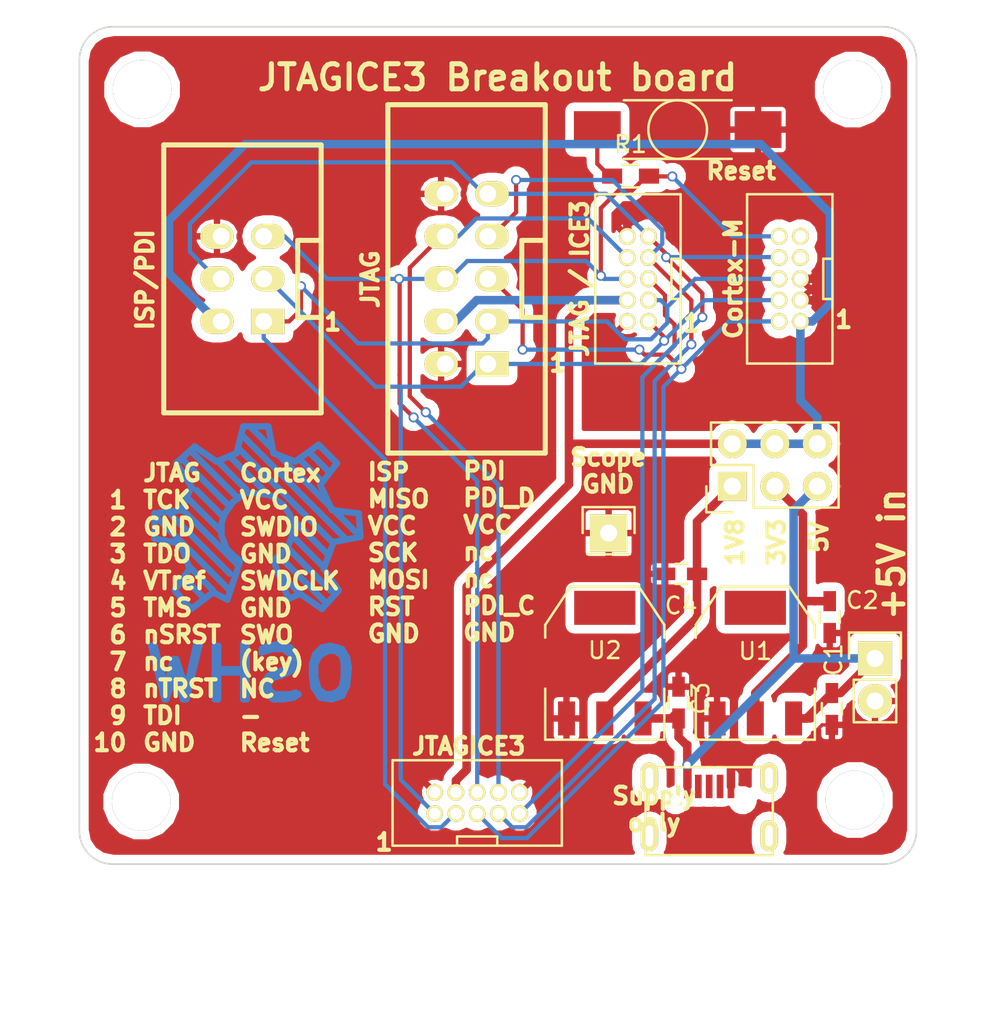
<source format=kicad_pcb>
(kicad_pcb (version 4) (host pcbnew "(2015-05-09 BZR 5648)-product")

  (general
    (links 60)
    (no_connects 0)
    (area 99.120976 77.12412 158.892224 138.676)
    (thickness 1.6)
    (drawings 31)
    (tracks 232)
    (zones 0)
    (modules 22)
    (nets 22)
  )

  (page A4)
  (layers
    (0 F.Cu signal)
    (31 B.Cu signal)
    (32 B.Adhes user)
    (33 F.Adhes user)
    (34 B.Paste user)
    (35 F.Paste user)
    (36 B.SilkS user)
    (37 F.SilkS user)
    (38 B.Mask user)
    (39 F.Mask user)
    (40 Dwgs.User user)
    (41 Cmts.User user)
    (42 Eco1.User user)
    (43 Eco2.User user)
    (44 Edge.Cuts user)
    (45 Margin user)
    (46 B.CrtYd user)
    (47 F.CrtYd user)
    (48 B.Fab user)
    (49 F.Fab user)
  )

  (setup
    (last_trace_width 0.254)
    (user_trace_width 0.2032)
    (trace_clearance 0.1905)
    (zone_clearance 0.508)
    (zone_45_only no)
    (trace_min 0.0254)
    (segment_width 0.2)
    (edge_width 0.1)
    (via_size 0.6)
    (via_drill 0.4)
    (via_min_size 0.4)
    (via_min_drill 0.3)
    (uvia_size 0.3)
    (uvia_drill 0.1)
    (uvias_allowed no)
    (uvia_min_size 0)
    (uvia_min_drill 0)
    (pcb_text_width 0.3)
    (pcb_text_size 1.5 1.5)
    (mod_edge_width 0.15)
    (mod_text_size 1 1)
    (mod_text_width 0.15)
    (pad_size 1.5 2)
    (pad_drill 1)
    (pad_to_mask_clearance 0)
    (aux_axis_origin 0 0)
    (visible_elements FFFFFF7F)
    (pcbplotparams
      (layerselection 0x010f0_80000001)
      (usegerberextensions false)
      (excludeedgelayer true)
      (linewidth 0.100000)
      (plotframeref false)
      (viasonmask false)
      (mode 1)
      (useauxorigin false)
      (hpglpennumber 1)
      (hpglpenspeed 20)
      (hpglpendiameter 15)
      (hpglpenoverlay 2)
      (psnegative false)
      (psa4output false)
      (plotreference true)
      (plotvalue true)
      (plotinvisibletext false)
      (padsonsilk false)
      (subtractmaskfromsilk false)
      (outputformat 1)
      (mirror false)
      (drillshape 0)
      (scaleselection 1)
      (outputdirectory Manufacturing/))
  )

  (net 0 "")
  (net 1 "Net-(CON1-Pad1)")
  (net 2 VCC)
  (net 3 "Net-(CON1-Pad3)")
  (net 4 "Net-(CON1-Pad4)")
  (net 5 /RST)
  (net 6 GND)
  (net 7 "Net-(CON2-Pad5)")
  (net 8 "Net-(CON2-Pad7)")
  (net 9 "Net-(CON2-Pad8)")
  (net 10 "Net-(P2-Pad9)")
  (net 11 "Net-(R1-Pad1)")
  (net 12 "Net-(CON4-Pad3)")
  (net 13 "Net-(CON4-Pad4)")
  (net 14 "Net-(CON4-Pad2)")
  (net 15 +5V)
  (net 16 "Net-(CON4-Pad6)")
  (net 17 "Net-(CON4-Pad7)")
  (net 18 "Net-(CON4-Pad8)")
  (net 19 "Net-(CON4-Pad9)")
  (net 20 +3V3)
  (net 21 +1V8)

  (net_class Default "This is the default net class."
    (clearance 0.1905)
    (trace_width 0.254)
    (via_dia 0.6)
    (via_drill 0.4)
    (uvia_dia 0.3)
    (uvia_drill 0.1)
    (add_net /RST)
    (add_net "Net-(CON1-Pad1)")
    (add_net "Net-(CON1-Pad3)")
    (add_net "Net-(CON1-Pad4)")
    (add_net "Net-(CON2-Pad5)")
    (add_net "Net-(CON2-Pad7)")
    (add_net "Net-(CON2-Pad8)")
    (add_net "Net-(CON4-Pad2)")
    (add_net "Net-(CON4-Pad3)")
    (add_net "Net-(CON4-Pad4)")
    (add_net "Net-(CON4-Pad6)")
    (add_net "Net-(CON4-Pad7)")
    (add_net "Net-(CON4-Pad8)")
    (add_net "Net-(CON4-Pad9)")
    (add_net "Net-(P2-Pad9)")
    (add_net "Net-(R1-Pad1)")
  )

  (net_class Power ""
    (clearance 0.1905)
    (trace_width 0.508)
    (via_dia 0.6)
    (via_drill 0.4)
    (uvia_dia 0.3)
    (uvia_drill 0.1)
    (add_net +1V8)
    (add_net +3V3)
    (add_net +5V)
    (add_net GND)
    (add_net VCC)
  )

  (module mysensors_buttons:SW_SPST_SMD_J-LEAD_4.3MM (layer F.Cu) (tedit 55C322EC) (tstamp 55C249F5)
    (at 139.73556 85.1408)
    (descr "TE Connectivity SPST SMD J-LEAD,4.3MM")
    (tags "SPST Button Switch")
    (path /55C24A1B)
    (fp_text reference SW1 (at 0.508 -2.921) (layer F.Fab)
      (effects (font (size 1 1) (thickness 0.15)))
    )
    (fp_text value SW_PUSH (at 0 0.381 180) (layer F.Fab)
      (effects (font (size 1 1) (thickness 0.15)))
    )
    (fp_circle (center 0 0) (end 1.75 -0.05) (layer F.SilkS) (width 0.15))
    (fp_line (start 5.05 1.85) (end 5.05 -1.85) (layer F.CrtYd) (width 0.05))
    (fp_line (start -5.05 -1.85) (end -5.05 1.85) (layer F.CrtYd) (width 0.05))
    (fp_line (start -5.05 1.85) (end 5.05 1.85) (layer F.CrtYd) (width 0.05))
    (fp_line (start -5.05 -1.85) (end 5.05 -1.85) (layer F.CrtYd) (width 0.05))
    (fp_line (start -3.225 -1.75) (end 3.225 -1.75) (layer F.SilkS) (width 0.15))
    (fp_line (start -3.225 1.75) (end 3.225 1.75) (layer F.SilkS) (width 0.15))
    (pad 1 smd rect (at -4.8 0) (size 2.8 2.2) (layers F.Cu F.Paste F.Mask)
      (net 11 "Net-(R1-Pad1)"))
    (pad 2 smd rect (at 4.8 0) (size 2.8 2.2) (layers F.Cu F.Paste F.Mask)
      (net 6 GND))
    (model mysensors.3dshapes/w.lain.3dshapes/switch/smd_push.wrl
      (at (xyz 0 0 0))
      (scale (xyz 1 1 1))
      (rotate (xyz 0 0 0))
    )
  )

  (module Resistors_SMD:R_0603_HandSoldering (layer F.Cu) (tedit 5418A00F) (tstamp 55C277FD)
    (at 136.92124 87.91956)
    (descr "Resistor SMD 0603, hand soldering")
    (tags "resistor 0603")
    (path /55C27301)
    (attr smd)
    (fp_text reference R1 (at 0 -1.9) (layer F.SilkS)
      (effects (font (size 1 1) (thickness 0.15)))
    )
    (fp_text value 100 (at 0 1.9) (layer F.Fab)
      (effects (font (size 1 1) (thickness 0.15)))
    )
    (fp_line (start -2 -0.8) (end 2 -0.8) (layer F.CrtYd) (width 0.05))
    (fp_line (start -2 0.8) (end 2 0.8) (layer F.CrtYd) (width 0.05))
    (fp_line (start -2 -0.8) (end -2 0.8) (layer F.CrtYd) (width 0.05))
    (fp_line (start 2 -0.8) (end 2 0.8) (layer F.CrtYd) (width 0.05))
    (fp_line (start 0.5 0.675) (end -0.5 0.675) (layer F.SilkS) (width 0.15))
    (fp_line (start -0.5 -0.675) (end 0.5 -0.675) (layer F.SilkS) (width 0.15))
    (pad 1 smd rect (at -1.1 0) (size 1.2 0.9) (layers F.Cu F.Paste F.Mask)
      (net 11 "Net-(R1-Pad1)"))
    (pad 2 smd rect (at 1.1 0) (size 1.2 0.9) (layers F.Cu F.Paste F.Mask)
      (net 5 /RST))
    (model Resistors_SMD.3dshapes/R_0603_HandSoldering.wrl
      (at (xyz 0 0 0))
      (scale (xyz 1 1 1))
      (rotate (xyz 0 0 0))
    )
  )

  (module w_conn_strip:vasch_strip_3x2 (layer F.Cu) (tedit 55C31CDA) (tstamp 55C9261E)
    (at 113.7412 94.0562 90)
    (descr "Box header 3x2pin 2.54mm")
    (tags "CONN DEV")
    (path /55C247D8)
    (fp_text reference CON1 (at 0 -5.7 90) (layer F.Fab)
      (effects (font (size 1 1) (thickness 0.2032)))
    )
    (fp_text value AVR-ISP-6 (at 0 5.7 90) (layer F.SilkS) hide
      (effects (font (size 1 1) (thickness 0.2032)))
    )
    (fp_line (start -8 4.7) (end 8 4.7) (layer F.SilkS) (width 0.3048))
    (fp_line (start 8 -4.7) (end -8 -4.7) (layer F.SilkS) (width 0.3048))
    (fp_line (start -8 -4.7) (end -8 4.7) (layer F.SilkS) (width 0.3048))
    (fp_line (start 8 -4.7) (end 8 4.7) (layer F.SilkS) (width 0.3048))
    (fp_line (start 2.3 4.7) (end 2.3 3.3) (layer F.SilkS) (width 0.29972))
    (fp_line (start 2.3 3.3) (end -2.3 3.3) (layer F.SilkS) (width 0.29972))
    (fp_line (start -2.3 3.3) (end -2.3 4.7) (layer F.SilkS) (width 0.29972))
    (pad 1 thru_hole rect (at -2.54 1.27 90) (size 1.5 2) (drill 1 (offset 0 0.25)) (layers *.Cu *.Mask F.SilkS)
      (net 1 "Net-(CON1-Pad1)"))
    (pad 2 thru_hole oval (at -2.54 -1.27 90) (size 1.5 2) (drill 1 (offset 0 -0.25)) (layers *.Cu *.Mask F.SilkS)
      (net 2 VCC))
    (pad 3 thru_hole oval (at 0 1.27 90) (size 1.5 2) (drill 1 (offset 0 0.25)) (layers *.Cu *.Mask F.SilkS)
      (net 3 "Net-(CON1-Pad3)"))
    (pad 4 thru_hole oval (at 0 -1.27 90) (size 1.5 2) (drill 1 (offset 0 -0.25)) (layers *.Cu *.Mask F.SilkS)
      (net 4 "Net-(CON1-Pad4)"))
    (pad 5 thru_hole oval (at 2.54 1.27 90) (size 1.5 2) (drill 1 (offset 0 0.25)) (layers *.Cu *.Mask F.SilkS)
      (net 5 /RST))
    (pad 6 thru_hole oval (at 2.54 -1.27 90) (size 1.5 2) (drill 1 (offset 0 -0.25)) (layers *.Cu *.Mask F.SilkS)
      (net 6 GND))
    (model walter/conn_strip/vasch_strip_3x2.wrl
      (at (xyz 0 0 0))
      (scale (xyz 1 1 1))
      (rotate (xyz 0 0 0))
    )
  )

  (module w_conn_strip:vasch_strip_5x2 (layer F.Cu) (tedit 55C33A6E) (tstamp 55C92633)
    (at 127.127 94.0562 90)
    (descr "Box header 5x2pin 2.54mm")
    (tags "CONN DEV")
    (path /55C2489D)
    (fp_text reference CON2 (at 0 -5.7 90) (layer F.Fab)
      (effects (font (size 1 1) (thickness 0.2032)))
    )
    (fp_text value AVR-JTAG-10 (at 0 5.7 90) (layer F.SilkS) hide
      (effects (font (size 1 1) (thickness 0.2032)))
    )
    (fp_line (start -10.4 4.7) (end 10.4 4.7) (layer F.SilkS) (width 0.3048))
    (fp_line (start 10.4 -4.7) (end -10.4 -4.7) (layer F.SilkS) (width 0.3048))
    (fp_line (start -10.4 -4.7) (end -10.4 4.7) (layer F.SilkS) (width 0.3048))
    (fp_line (start 10.4 -4.7) (end 10.4 4.7) (layer F.SilkS) (width 0.3048))
    (fp_line (start 2.3 4.7) (end 2.3 3.3) (layer F.SilkS) (width 0.29972))
    (fp_line (start 2.3 3.3) (end -2.3 3.3) (layer F.SilkS) (width 0.29972))
    (fp_line (start -2.3 3.3) (end -2.3 4.7) (layer F.SilkS) (width 0.29972))
    (pad 9 thru_hole oval (at 5.08 1.27 90) (size 1.5 2) (drill 1 (offset 0 0.25)) (layers *.Cu *.Mask F.SilkS)
      (net 4 "Net-(CON1-Pad4)"))
    (pad 10 thru_hole oval (at 5.08 -1.27 90) (size 1.5 2) (drill 1 (offset 0 -0.25)) (layers *.Cu *.Mask F.SilkS)
      (net 6 GND) (clearance 0.01905))
    (pad 8 thru_hole oval (at 2.54 -1.27 90) (size 1.5 2) (drill 1 (offset 0 -0.25)) (layers *.Cu *.Mask F.SilkS)
      (net 9 "Net-(CON2-Pad8)"))
    (pad 7 thru_hole oval (at 2.54 1.27 90) (size 1.5 2) (drill 1 (offset 0 0.25)) (layers *.Cu *.Mask F.SilkS)
      (net 8 "Net-(CON2-Pad7)"))
    (pad 1 thru_hole rect (at -5.08 1.27 90) (size 1.5 2) (drill 1 (offset 0 0.25)) (layers *.Cu *.Mask F.SilkS)
      (net 3 "Net-(CON1-Pad3)"))
    (pad 2 thru_hole oval (at -5.08 -1.27 90) (size 1.5 2) (drill 1 (offset 0 -0.25)) (layers *.Cu *.Mask F.SilkS)
      (net 6 GND))
    (pad 3 thru_hole oval (at -2.54 1.27 90) (size 1.5 2) (drill 1 (offset 0 0.25)) (layers *.Cu *.Mask F.SilkS)
      (net 1 "Net-(CON1-Pad1)"))
    (pad 4 thru_hole oval (at -2.54 -1.27 90) (size 1.5 2) (drill 1 (offset 0 -0.25)) (layers *.Cu *.Mask F.SilkS)
      (net 2 VCC))
    (pad 5 thru_hole oval (at 0 1.27 90) (size 1.5 2) (drill 1 (offset 0 0.25)) (layers *.Cu *.Mask F.SilkS)
      (net 7 "Net-(CON2-Pad5)"))
    (pad 6 thru_hole oval (at 0 -1.27 90) (size 1.5 2) (drill 1 (offset 0 -0.25)) (layers *.Cu *.Mask F.SilkS)
      (net 5 /RST))
    (model walter/conn_strip/vasch_strip_5x2.wrl
      (at (xyz 0 0 0))
      (scale (xyz 1 1 1))
      (rotate (xyz 0 0 0))
    )
  )

  (module mysensors_connectors:FCI_10P_HDR (layer F.Cu) (tedit 55C31EEA) (tstamp 55C26E4C)
    (at 127.762 125.349)
    (tags "0.05\" ")
    (path /55C24E98)
    (fp_text reference P1 (at 0 3.5) (layer F.Fab)
      (effects (font (size 1 1) (thickness 0.15)))
    )
    (fp_text value "Jtag ICE3" (at 0 -3.5) (layer F.Fab)
      (effects (font (size 1 1) (thickness 0.15)))
    )
    (fp_line (start 1.2 2) (end 1.2 2.5) (layer F.SilkS) (width 0.15))
    (fp_line (start -1.2 2) (end -1.2 2.5) (layer F.SilkS) (width 0.15))
    (fp_line (start -1.2 2) (end 1.2 2) (layer F.SilkS) (width 0.15))
    (fp_line (start -5.055 -2.55) (end 5.055 -2.55) (layer F.SilkS) (width 0.15))
    (fp_line (start 5.055 -2.55) (end 5.055 2.55) (layer F.SilkS) (width 0.15))
    (fp_line (start 5.055 2.55) (end -5.055 2.55) (layer F.SilkS) (width 0.15))
    (fp_line (start -5.055 2.55) (end -5.055 -2.55) (layer F.SilkS) (width 0.15))
    (pad 2 thru_hole circle (at -2.54 -0.635) (size 1 1) (drill 0.7) (layers *.Cu *.Mask F.SilkS)
      (net 6 GND))
    (pad 1 thru_hole circle (at -2.54 0.635) (size 1 1) (drill 0.7) (layers *.Cu *.Mask F.SilkS)
      (net 3 "Net-(CON1-Pad3)"))
    (pad 4 thru_hole circle (at -1.27 -0.635) (size 1 1) (drill 0.7) (layers *.Cu *.Mask F.SilkS)
      (net 2 VCC))
    (pad 3 thru_hole circle (at -1.27 0.635) (size 1 1) (drill 0.7) (layers *.Cu *.Mask F.SilkS)
      (net 1 "Net-(CON1-Pad1)"))
    (pad 6 thru_hole circle (at 0 -0.635) (size 1 1) (drill 0.7) (layers *.Cu *.Mask F.SilkS)
      (net 5 /RST))
    (pad 5 thru_hole circle (at 0 0.635) (size 1 1) (drill 0.7) (layers *.Cu *.Mask F.SilkS)
      (net 7 "Net-(CON2-Pad5)"))
    (pad 8 thru_hole circle (at 1.27 -0.635) (size 1 1) (drill 0.7) (layers *.Cu *.Mask F.SilkS)
      (net 9 "Net-(CON2-Pad8)"))
    (pad 7 thru_hole circle (at 1.27 0.635) (size 1 1) (drill 0.7) (layers *.Cu *.Mask F.SilkS)
      (net 8 "Net-(CON2-Pad7)"))
    (pad 10 thru_hole circle (at 2.54 -0.635) (size 1 1) (drill 0.7) (layers *.Cu *.Mask F.SilkS)
      (net 6 GND))
    (pad 9 thru_hole circle (at 2.54 0.635) (size 1 1) (drill 0.7) (layers *.Cu *.Mask F.SilkS)
      (net 4 "Net-(CON1-Pad4)"))
    (model walter/conn_strip/vasch_strip_5x2.wrl
      (at (xyz 0 0 0))
      (scale (xyz 0.5 0.5 0.5))
      (rotate (xyz 0 0 0))
    )
  )

  (module mysensors_connectors:FCI_10P_HDR (layer F.Cu) (tedit 55C31EF8) (tstamp 55C26E5E)
    (at 146.431 94.0562 90)
    (tags "0.05\" ")
    (path /55C252B4)
    (fp_text reference P2 (at 0 3.5 90) (layer F.Fab)
      (effects (font (size 1 1) (thickness 0.15)))
    )
    (fp_text value "Cortex M0 debug" (at 0 -3.5 90) (layer F.Fab)
      (effects (font (size 1 1) (thickness 0.15)))
    )
    (fp_line (start 1.2 2) (end 1.2 2.5) (layer F.SilkS) (width 0.15))
    (fp_line (start -1.2 2) (end -1.2 2.5) (layer F.SilkS) (width 0.15))
    (fp_line (start -1.2 2) (end 1.2 2) (layer F.SilkS) (width 0.15))
    (fp_line (start -5.055 -2.55) (end 5.055 -2.55) (layer F.SilkS) (width 0.15))
    (fp_line (start 5.055 -2.55) (end 5.055 2.55) (layer F.SilkS) (width 0.15))
    (fp_line (start 5.055 2.55) (end -5.055 2.55) (layer F.SilkS) (width 0.15))
    (fp_line (start -5.055 2.55) (end -5.055 -2.55) (layer F.SilkS) (width 0.15))
    (pad 2 thru_hole circle (at -2.54 -0.635 90) (size 1 1) (drill 0.7) (layers *.Cu *.Mask F.SilkS)
      (net 7 "Net-(CON2-Pad5)"))
    (pad 1 thru_hole circle (at -2.54 0.635 90) (size 1 1) (drill 0.7) (layers *.Cu *.Mask F.SilkS)
      (net 2 VCC))
    (pad 4 thru_hole circle (at -1.27 -0.635 90) (size 1 1) (drill 0.7) (layers *.Cu *.Mask F.SilkS)
      (net 3 "Net-(CON1-Pad3)"))
    (pad 3 thru_hole circle (at -1.27 0.635 90) (size 1 1) (drill 0.7) (layers *.Cu *.Mask F.SilkS)
      (net 6 GND))
    (pad 6 thru_hole circle (at 0 -0.635 90) (size 1 1) (drill 0.7) (layers *.Cu *.Mask F.SilkS)
      (net 1 "Net-(CON1-Pad1)"))
    (pad 5 thru_hole circle (at 0 0.635 90) (size 1 1) (drill 0.7) (layers *.Cu *.Mask F.SilkS)
      (net 6 GND))
    (pad 8 thru_hole circle (at 1.27 -0.635 90) (size 1 1) (drill 0.7) (layers *.Cu *.Mask F.SilkS)
      (net 4 "Net-(CON1-Pad4)"))
    (pad 7 thru_hole circle (at 1.27 0.635 90) (size 1 1) (drill 0.7) (layers *.Cu *.Mask F.SilkS))
    (pad 10 thru_hole circle (at 2.54 -0.635 90) (size 1 1) (drill 0.7) (layers *.Cu *.Mask F.SilkS)
      (net 5 /RST))
    (pad 9 thru_hole circle (at 2.54 0.635 90) (size 1 1) (drill 0.7) (layers *.Cu *.Mask F.SilkS)
      (net 10 "Net-(P2-Pad9)"))
    (model walter/conn_strip/vasch_strip_5x2.wrl
      (at (xyz 0 0 0))
      (scale (xyz 0.5 0.5 0.5))
      (rotate (xyz 0 0 0))
    )
  )

  (module mysensors_connectors:FCI_10P_HDR (layer F.Cu) (tedit 55C31EFF) (tstamp 55C26E70)
    (at 137.3632 94.0562 90)
    (tags "0.05\" ")
    (path /55C257FC)
    (fp_text reference P3 (at 0 3.5 90) (layer F.Fab)
      (effects (font (size 1 1) (thickness 0.15)))
    )
    (fp_text value "ice3 expansion" (at 0 -3.5 90) (layer F.Fab)
      (effects (font (size 1 1) (thickness 0.15)))
    )
    (fp_line (start 1.2 2) (end 1.2 2.5) (layer F.SilkS) (width 0.15))
    (fp_line (start -1.2 2) (end -1.2 2.5) (layer F.SilkS) (width 0.15))
    (fp_line (start -1.2 2) (end 1.2 2) (layer F.SilkS) (width 0.15))
    (fp_line (start -5.055 -2.55) (end 5.055 -2.55) (layer F.SilkS) (width 0.15))
    (fp_line (start 5.055 -2.55) (end 5.055 2.55) (layer F.SilkS) (width 0.15))
    (fp_line (start 5.055 2.55) (end -5.055 2.55) (layer F.SilkS) (width 0.15))
    (fp_line (start -5.055 2.55) (end -5.055 -2.55) (layer F.SilkS) (width 0.15))
    (pad 2 thru_hole circle (at -2.54 -0.635 90) (size 1 1) (drill 0.7) (layers *.Cu *.Mask F.SilkS)
      (net 6 GND))
    (pad 1 thru_hole circle (at -2.54 0.635 90) (size 1 1) (drill 0.7) (layers *.Cu *.Mask F.SilkS)
      (net 3 "Net-(CON1-Pad3)"))
    (pad 4 thru_hole circle (at -1.27 -0.635 90) (size 1 1) (drill 0.7) (layers *.Cu *.Mask F.SilkS)
      (net 2 VCC))
    (pad 3 thru_hole circle (at -1.27 0.635 90) (size 1 1) (drill 0.7) (layers *.Cu *.Mask F.SilkS)
      (net 1 "Net-(CON1-Pad1)"))
    (pad 6 thru_hole circle (at 0 -0.635 90) (size 1 1) (drill 0.7) (layers *.Cu *.Mask F.SilkS)
      (net 5 /RST))
    (pad 5 thru_hole circle (at 0 0.635 90) (size 1 1) (drill 0.7) (layers *.Cu *.Mask F.SilkS)
      (net 7 "Net-(CON2-Pad5)"))
    (pad 8 thru_hole circle (at 1.27 -0.635 90) (size 1 1) (drill 0.7) (layers *.Cu *.Mask F.SilkS)
      (net 9 "Net-(CON2-Pad8)"))
    (pad 7 thru_hole circle (at 1.27 0.635 90) (size 1 1) (drill 0.7) (layers *.Cu *.Mask F.SilkS)
      (net 8 "Net-(CON2-Pad7)"))
    (pad 10 thru_hole circle (at 2.54 -0.635 90) (size 1 1) (drill 0.7) (layers *.Cu *.Mask F.SilkS)
      (net 6 GND))
    (pad 9 thru_hole circle (at 2.54 0.635 90) (size 1 1) (drill 0.7) (layers *.Cu *.Mask F.SilkS)
      (net 4 "Net-(CON1-Pad4)"))
    (model walter/conn_strip/vasch_strip_5x2.wrl
      (at (xyz 0 0 0))
      (scale (xyz 0.5 0.5 0.5))
      (rotate (xyz 0 0 0))
    )
  )

  (module mysensors_connectors:Micro_USB (layer F.Cu) (tedit 55C3A29B) (tstamp 55C340BB)
    (at 141.6177 128.4605)
    (path /55C340B0)
    (fp_text reference CON4 (at -0.95 9.25) (layer F.Fab)
      (effects (font (size 1 1) (thickness 0.15)))
    )
    (fp_text value USB-MICRO-B (at -0.875 7.925) (layer F.Fab)
      (effects (font (size 1 1) (thickness 0.15)))
    )
    (fp_line (start -3.8 0) (end -3.8 -5.25) (layer F.SilkS) (width 0.15))
    (fp_line (start -3.8 -5.25) (end 3.8 -5.25) (layer F.SilkS) (width 0.15))
    (fp_line (start 3.8 -5.25) (end 3.8 0) (layer F.SilkS) (width 0.15))
    (fp_line (start -3.8 0) (end 3.8 0) (layer F.SilkS) (width 0.15))
    (pad 3 smd rect (at 0 -4.1) (size 0.4 1.4) (layers F.Cu F.Paste F.Mask)
      (net 12 "Net-(CON4-Pad3)"))
    (pad 4 smd rect (at 0.65 -4.1) (size 0.4 1.4) (layers F.Cu F.Paste F.Mask)
      (net 13 "Net-(CON4-Pad4)"))
    (pad 2 smd rect (at -0.65 -4.1) (size 0.4 1.4) (layers F.Cu F.Paste F.Mask)
      (net 14 "Net-(CON4-Pad2)"))
    (pad 1 smd rect (at -1.3 -4.1) (size 0.4 1.4) (layers F.Cu F.Paste F.Mask)
      (net 15 +5V))
    (pad 5 smd rect (at 1.3 -4.1) (size 0.4 1.4) (layers F.Cu F.Paste F.Mask)
      (net 6 GND))
    (pad 6 thru_hole oval (at -3.575 -1.15) (size 1.05 1.85) (drill oval 0.45 1.25) (layers *.Cu *.Mask F.SilkS)
      (net 16 "Net-(CON4-Pad6)"))
    (pad 7 thru_hole oval (at 3.575 -1.15) (size 1.05 1.85) (drill oval 0.45 1.25) (layers *.Cu *.Mask F.SilkS)
      (net 17 "Net-(CON4-Pad7)"))
    (pad 8 thru_hole oval (at -3.575 -4.6) (size 1.05 1.85) (drill oval 0.45 1.25) (layers *.Cu *.Mask F.SilkS)
      (net 18 "Net-(CON4-Pad8)"))
    (pad 9 thru_hole oval (at 3.575 -4.6) (size 1.05 1.85) (drill oval 0.45 1.25) (layers *.Cu *.Mask F.SilkS)
      (net 19 "Net-(CON4-Pad9)"))
    (pad "" np_thru_hole circle (at -2 -3.275) (size 0.65 0.65) (drill 0.65) (layers *.Cu *.Mask F.SilkS))
    (pad "" np_thru_hole circle (at 2 -3.275) (size 0.65 0.65) (drill 0.65) (layers *.Cu *.Mask F.SilkS))
    (model mysensors.3dshapes/w.lain.3dshapes/conn_pc/usb_B_micro_smd-2.wrl
      (at (xyz 0 0.03 0))
      (scale (xyz 1 1 1))
      (rotate (xyz 0 0 0))
    )
  )

  (module Capacitors_SMD:C_0603_HandSoldering (layer F.Cu) (tedit 55C3A240) (tstamp 55C34268)
    (at 148.9456 119.7356 270)
    (descr "Capacitor SMD 0603, hand soldering")
    (tags "capacitor 0603")
    (path /55C34AA1)
    (attr smd)
    (fp_text reference C1 (at -2.9464 -0.1016 270) (layer F.SilkS)
      (effects (font (size 1 1) (thickness 0.15)))
    )
    (fp_text value C (at 0 1.9 270) (layer F.Fab)
      (effects (font (size 1 1) (thickness 0.15)))
    )
    (fp_line (start -1.85 -0.75) (end 1.85 -0.75) (layer F.CrtYd) (width 0.05))
    (fp_line (start -1.85 0.75) (end 1.85 0.75) (layer F.CrtYd) (width 0.05))
    (fp_line (start -1.85 -0.75) (end -1.85 0.75) (layer F.CrtYd) (width 0.05))
    (fp_line (start 1.85 -0.75) (end 1.85 0.75) (layer F.CrtYd) (width 0.05))
    (fp_line (start -0.35 -0.6) (end 0.35 -0.6) (layer F.SilkS) (width 0.15))
    (fp_line (start 0.35 0.6) (end -0.35 0.6) (layer F.SilkS) (width 0.15))
    (pad 1 smd rect (at -0.95 0 270) (size 1.2 0.75) (layers F.Cu F.Paste F.Mask)
      (net 15 +5V))
    (pad 2 smd rect (at 0.95 0 270) (size 1.2 0.75) (layers F.Cu F.Paste F.Mask)
      (net 6 GND))
    (model Capacitors_SMD.3dshapes/C_0603_HandSoldering.wrl
      (at (xyz 0 0 0))
      (scale (xyz 1 1 1))
      (rotate (xyz 0 0 0))
    )
  )

  (module Capacitors_SMD:C_0603_HandSoldering (layer F.Cu) (tedit 541A9B4D) (tstamp 55C3426E)
    (at 148.8186 114.2492 270)
    (descr "Capacitor SMD 0603, hand soldering")
    (tags "capacitor 0603")
    (path /55C34A42)
    (attr smd)
    (fp_text reference C2 (at -1.00076 -1.94564 360) (layer F.SilkS)
      (effects (font (size 1 1) (thickness 0.15)))
    )
    (fp_text value C (at 0 1.9 270) (layer F.Fab)
      (effects (font (size 1 1) (thickness 0.15)))
    )
    (fp_line (start -1.85 -0.75) (end 1.85 -0.75) (layer F.CrtYd) (width 0.05))
    (fp_line (start -1.85 0.75) (end 1.85 0.75) (layer F.CrtYd) (width 0.05))
    (fp_line (start -1.85 -0.75) (end -1.85 0.75) (layer F.CrtYd) (width 0.05))
    (fp_line (start 1.85 -0.75) (end 1.85 0.75) (layer F.CrtYd) (width 0.05))
    (fp_line (start -0.35 -0.6) (end 0.35 -0.6) (layer F.SilkS) (width 0.15))
    (fp_line (start 0.35 0.6) (end -0.35 0.6) (layer F.SilkS) (width 0.15))
    (pad 1 smd rect (at -0.95 0 270) (size 1.2 0.75) (layers F.Cu F.Paste F.Mask)
      (net 20 +3V3))
    (pad 2 smd rect (at 0.95 0 270) (size 1.2 0.75) (layers F.Cu F.Paste F.Mask)
      (net 6 GND))
    (model Capacitors_SMD.3dshapes/C_0603_HandSoldering.wrl
      (at (xyz 0 0 0))
      (scale (xyz 1 1 1))
      (rotate (xyz 0 0 0))
    )
  )

  (module Capacitors_SMD:C_0603_HandSoldering (layer F.Cu) (tedit 55C3A236) (tstamp 55C34274)
    (at 139.7889 119.3546 90)
    (descr "Capacitor SMD 0603, hand soldering")
    (tags "capacitor 0603")
    (path /55C34A7C)
    (attr smd)
    (fp_text reference C3 (at 0.254 1.3208 90) (layer F.SilkS)
      (effects (font (size 1 1) (thickness 0.15)))
    )
    (fp_text value C (at 0 1.9 90) (layer F.Fab)
      (effects (font (size 1 1) (thickness 0.15)))
    )
    (fp_line (start -1.85 -0.75) (end 1.85 -0.75) (layer F.CrtYd) (width 0.05))
    (fp_line (start -1.85 0.75) (end 1.85 0.75) (layer F.CrtYd) (width 0.05))
    (fp_line (start -1.85 -0.75) (end -1.85 0.75) (layer F.CrtYd) (width 0.05))
    (fp_line (start 1.85 -0.75) (end 1.85 0.75) (layer F.CrtYd) (width 0.05))
    (fp_line (start -0.35 -0.6) (end 0.35 -0.6) (layer F.SilkS) (width 0.15))
    (fp_line (start 0.35 0.6) (end -0.35 0.6) (layer F.SilkS) (width 0.15))
    (pad 1 smd rect (at -0.95 0 90) (size 1.2 0.75) (layers F.Cu F.Paste F.Mask)
      (net 15 +5V))
    (pad 2 smd rect (at 0.95 0 90) (size 1.2 0.75) (layers F.Cu F.Paste F.Mask)
      (net 6 GND))
    (model Capacitors_SMD.3dshapes/C_0603_HandSoldering.wrl
      (at (xyz 0 0 0))
      (scale (xyz 1 1 1))
      (rotate (xyz 0 0 0))
    )
  )

  (module Pin_Headers:Pin_Header_Straight_2x03 (layer F.Cu) (tedit 55C3A227) (tstamp 55C3427E)
    (at 142.99692 106.44124 90)
    (descr "Through hole pin header")
    (tags "pin header")
    (path /55C3465C)
    (fp_text reference P4 (at 3.4544 -4.6736 90) (layer F.Fab)
      (effects (font (size 1 1) (thickness 0.15)))
    )
    (fp_text value "Supply select" (at 0 -3.1 90) (layer F.Fab)
      (effects (font (size 1 1) (thickness 0.15)))
    )
    (fp_line (start -1.27 1.27) (end -1.27 6.35) (layer F.SilkS) (width 0.15))
    (fp_line (start -1.55 -1.55) (end 0 -1.55) (layer F.SilkS) (width 0.15))
    (fp_line (start -1.75 -1.75) (end -1.75 6.85) (layer F.CrtYd) (width 0.05))
    (fp_line (start 4.3 -1.75) (end 4.3 6.85) (layer F.CrtYd) (width 0.05))
    (fp_line (start -1.75 -1.75) (end 4.3 -1.75) (layer F.CrtYd) (width 0.05))
    (fp_line (start -1.75 6.85) (end 4.3 6.85) (layer F.CrtYd) (width 0.05))
    (fp_line (start 1.27 -1.27) (end 1.27 1.27) (layer F.SilkS) (width 0.15))
    (fp_line (start 1.27 1.27) (end -1.27 1.27) (layer F.SilkS) (width 0.15))
    (fp_line (start -1.27 6.35) (end 3.81 6.35) (layer F.SilkS) (width 0.15))
    (fp_line (start 3.81 6.35) (end 3.81 1.27) (layer F.SilkS) (width 0.15))
    (fp_line (start -1.55 -1.55) (end -1.55 0) (layer F.SilkS) (width 0.15))
    (fp_line (start 3.81 -1.27) (end 1.27 -1.27) (layer F.SilkS) (width 0.15))
    (fp_line (start 3.81 1.27) (end 3.81 -1.27) (layer F.SilkS) (width 0.15))
    (pad 1 thru_hole rect (at 0 0 90) (size 1.7272 1.7272) (drill 1.016) (layers *.Cu *.Mask F.SilkS)
      (net 21 +1V8))
    (pad 2 thru_hole oval (at 2.54 0 90) (size 1.7272 1.7272) (drill 1.016) (layers *.Cu *.Mask F.SilkS)
      (net 2 VCC))
    (pad 3 thru_hole oval (at 0 2.54 90) (size 1.7272 1.7272) (drill 1.016) (layers *.Cu *.Mask F.SilkS)
      (net 20 +3V3))
    (pad 4 thru_hole oval (at 2.54 2.54 90) (size 1.7272 1.7272) (drill 1.016) (layers *.Cu *.Mask F.SilkS)
      (net 2 VCC))
    (pad 5 thru_hole oval (at 0 5.08 90) (size 1.7272 1.7272) (drill 1.016) (layers *.Cu *.Mask F.SilkS)
      (net 15 +5V))
    (pad 6 thru_hole oval (at 2.54 5.08 90) (size 1.7272 1.7272) (drill 1.016) (layers *.Cu *.Mask F.SilkS)
      (net 2 VCC))
    (model Pin_Headers.3dshapes/Pin_Header_Straight_2x03.wrl
      (at (xyz 0.05 -0.1 0))
      (scale (xyz 1 1 1))
      (rotate (xyz 0 0 90))
    )
  )

  (module Pin_Headers:Pin_Header_Straight_1x02 (layer F.Cu) (tedit 55C355DC) (tstamp 55C3521D)
    (at 151.52116 116.72062)
    (descr "Through hole pin header")
    (tags "pin header")
    (path /55C35467)
    (fp_text reference P5 (at 0 -5.1) (layer F.Fab)
      (effects (font (size 1 1) (thickness 0.15)))
    )
    (fp_text value Supply (at 0 -3.1) (layer F.Fab)
      (effects (font (size 1 1) (thickness 0.15)))
    )
    (fp_line (start 1.27 1.27) (end 1.27 3.81) (layer F.SilkS) (width 0.15))
    (fp_line (start 1.55 -1.55) (end 1.55 0) (layer F.SilkS) (width 0.15))
    (fp_line (start -1.75 -1.75) (end -1.75 4.3) (layer F.CrtYd) (width 0.05))
    (fp_line (start 1.75 -1.75) (end 1.75 4.3) (layer F.CrtYd) (width 0.05))
    (fp_line (start -1.75 -1.75) (end 1.75 -1.75) (layer F.CrtYd) (width 0.05))
    (fp_line (start -1.75 4.3) (end 1.75 4.3) (layer F.CrtYd) (width 0.05))
    (fp_line (start 1.27 1.27) (end -1.27 1.27) (layer F.SilkS) (width 0.15))
    (fp_line (start -1.55 0) (end -1.55 -1.55) (layer F.SilkS) (width 0.15))
    (fp_line (start -1.55 -1.55) (end 1.55 -1.55) (layer F.SilkS) (width 0.15))
    (fp_line (start -1.27 1.27) (end -1.27 3.81) (layer F.SilkS) (width 0.15))
    (fp_line (start -1.27 3.81) (end 1.27 3.81) (layer F.SilkS) (width 0.15))
    (pad 1 thru_hole rect (at 0 0) (size 2.032 2.032) (drill 1.016) (layers *.Cu *.Mask F.SilkS)
      (net 15 +5V))
    (pad 2 thru_hole oval (at 0 2.54) (size 2.032 2.032) (drill 1.016) (layers *.Cu *.Mask F.SilkS)
      (net 6 GND))
    (model Pin_Headers.3dshapes/Pin_Header_Straight_1x02.wrl
      (at (xyz 0 -0.05 0))
      (scale (xyz 1 1 1))
      (rotate (xyz 0 0 90))
    )
  )

  (module Pin_Headers:Pin_Header_Straight_1x01 (layer F.Cu) (tedit 55C35263) (tstamp 55C35222)
    (at 135.6106 109.2327)
    (descr "Through hole pin header")
    (tags "pin header")
    (path /55C352CA)
    (fp_text reference P6 (at 0 -5.1) (layer F.Fab)
      (effects (font (size 1 1) (thickness 0.15)))
    )
    (fp_text value GND (at 0 -3.1) (layer F.Fab)
      (effects (font (size 1 1) (thickness 0.15)))
    )
    (fp_line (start 1.55 -1.55) (end 1.55 0) (layer F.SilkS) (width 0.15))
    (fp_line (start -1.75 -1.75) (end -1.75 1.75) (layer F.CrtYd) (width 0.05))
    (fp_line (start 1.75 -1.75) (end 1.75 1.75) (layer F.CrtYd) (width 0.05))
    (fp_line (start -1.75 -1.75) (end 1.75 -1.75) (layer F.CrtYd) (width 0.05))
    (fp_line (start -1.75 1.75) (end 1.75 1.75) (layer F.CrtYd) (width 0.05))
    (fp_line (start -1.55 0) (end -1.55 -1.55) (layer F.SilkS) (width 0.15))
    (fp_line (start -1.55 -1.55) (end 1.55 -1.55) (layer F.SilkS) (width 0.15))
    (fp_line (start -1.27 1.27) (end 1.27 1.27) (layer F.SilkS) (width 0.15))
    (pad 1 thru_hole rect (at 0 0) (size 2.2352 2.2352) (drill 1.016) (layers *.Cu *.Mask F.SilkS)
      (net 6 GND))
    (model Pin_Headers.3dshapes/Pin_Header_Straight_1x01.wrl
      (at (xyz 0 0 0))
      (scale (xyz 1 1 1))
      (rotate (xyz 0 0 90))
    )
  )

  (module SMD_Packages:SOT-223 (layer F.Cu) (tedit 0) (tstamp 55C340CD)
    (at 135.382 117)
    (descr "module CMS SOT223 4 pins")
    (tags "CMS SOT")
    (path /55C33EF0)
    (attr smd)
    (fp_text reference U2 (at 0 -0.762) (layer F.SilkS)
      (effects (font (size 1 1) (thickness 0.15)))
    )
    (fp_text value AP1117D18 (at 0 0.762) (layer F.Fab)
      (effects (font (size 1 1) (thickness 0.15)))
    )
    (fp_line (start -3.556 1.524) (end -3.556 4.572) (layer F.SilkS) (width 0.15))
    (fp_line (start -3.556 4.572) (end 3.556 4.572) (layer F.SilkS) (width 0.15))
    (fp_line (start 3.556 4.572) (end 3.556 1.524) (layer F.SilkS) (width 0.15))
    (fp_line (start -3.556 -1.524) (end -3.556 -2.286) (layer F.SilkS) (width 0.15))
    (fp_line (start -3.556 -2.286) (end -2.032 -4.572) (layer F.SilkS) (width 0.15))
    (fp_line (start -2.032 -4.572) (end 2.032 -4.572) (layer F.SilkS) (width 0.15))
    (fp_line (start 2.032 -4.572) (end 3.556 -2.286) (layer F.SilkS) (width 0.15))
    (fp_line (start 3.556 -2.286) (end 3.556 -1.524) (layer F.SilkS) (width 0.15))
    (pad 4 smd rect (at 0 -3.302) (size 3.6576 2.032) (layers F.Cu F.Paste F.Mask))
    (pad 2 smd rect (at 0 3.302) (size 1.016 2.032) (layers F.Cu F.Paste F.Mask)
      (net 21 +1V8))
    (pad 3 smd rect (at 2.286 3.302) (size 1.016 2.032) (layers F.Cu F.Paste F.Mask)
      (net 15 +5V))
    (pad 1 smd rect (at -2.286 3.302) (size 1.016 2.032) (layers F.Cu F.Paste F.Mask)
      (net 6 GND))
    (model SMD_Packages.3dshapes/SOT-223.wrl
      (at (xyz 0 0 0))
      (scale (xyz 0.4 0.4 0.4))
      (rotate (xyz 0 0 0))
    )
  )

  (module SMD_Packages:SOT-223 (layer F.Cu) (tedit 55C39A12) (tstamp 55C340C4)
    (at 144.3736 117)
    (descr "module CMS SOT223 4 pins")
    (tags "CMS SOT")
    (path /55C33F34)
    (attr smd)
    (fp_text reference U1 (at 0 -0.7112) (layer F.SilkS)
      (effects (font (size 1 1) (thickness 0.15)))
    )
    (fp_text value AP1117D33 (at 0 0.762) (layer F.Fab)
      (effects (font (size 1 1) (thickness 0.15)))
    )
    (fp_line (start -3.556 1.524) (end -3.556 4.572) (layer F.SilkS) (width 0.15))
    (fp_line (start -3.556 4.572) (end 3.556 4.572) (layer F.SilkS) (width 0.15))
    (fp_line (start 3.556 4.572) (end 3.556 1.524) (layer F.SilkS) (width 0.15))
    (fp_line (start -3.556 -1.524) (end -3.556 -2.286) (layer F.SilkS) (width 0.15))
    (fp_line (start -3.556 -2.286) (end -2.032 -4.572) (layer F.SilkS) (width 0.15))
    (fp_line (start -2.032 -4.572) (end 2.032 -4.572) (layer F.SilkS) (width 0.15))
    (fp_line (start 2.032 -4.572) (end 3.556 -2.286) (layer F.SilkS) (width 0.15))
    (fp_line (start 3.556 -2.286) (end 3.556 -1.524) (layer F.SilkS) (width 0.15))
    (pad 4 smd rect (at 0 -3.302) (size 3.6576 2.032) (layers F.Cu F.Paste F.Mask))
    (pad 2 smd rect (at 0 3.302) (size 1.016 2.032) (layers F.Cu F.Paste F.Mask)
      (net 20 +3V3))
    (pad 3 smd rect (at 2.286 3.302) (size 1.016 2.032) (layers F.Cu F.Paste F.Mask)
      (net 15 +5V))
    (pad 1 smd rect (at -2.286 3.302) (size 1.016 2.032) (layers F.Cu F.Paste F.Mask)
      (net 6 GND))
    (model SMD_Packages.3dshapes/SOT-223.wrl
      (at (xyz 0 0 0))
      (scale (xyz 0.4 0.4 0.4))
      (rotate (xyz 0 0 0))
    )
  )

  (module Symbols:Symbol_OSHW-Logo_CopperTop_BIG (layer B.Cu) (tedit 55C3C5FC) (tstamp 55C3DA87)
    (at 114.4905 89.662 180)
    (descr "Symbol, OSHW-Logo, Copper Top, BIG")
    (tags "Symbol, OSHW-Logo, Copper Top, BIG")
    (fp_text reference REF** (at -0.29972 -11.50112 180) (layer F.Fab)
      (effects (font (size 1 1) (thickness 0.15)))
    )
    (fp_text value Symbol_OSHW-Logo_CopperTop_BIG (at 0.29972 -32.10052 180) (layer B.Fab)
      (effects (font (size 1 1) (thickness 0.15)) (justify mirror))
    )
    (fp_line (start 0.50038 -14.00048) (end -5.40004 -19.9009) (layer B.Cu) (width 0.381))
    (fp_line (start -5.10032 -18.60042) (end -4.59994 -18.10004) (layer B.Cu) (width 0.381))
    (fp_line (start -0.50038 -17.00022) (end -0.8001 -17.29994) (layer B.Cu) (width 0.381))
    (fp_line (start -2.49936 -19.99996) (end -2.30124 -19.7993) (layer B.Cu) (width 0.381))
    (fp_line (start -3.50012 -15.00124) (end -3.29946 -14.80058) (layer B.Cu) (width 0.381))
    (fp_line (start -4.0005 -15.49908) (end -4.39928 -15.9004) (layer B.Cu) (width 0.381))
    (fp_line (start -2.99974 -15.49908) (end -2.70002 -15.19936) (layer B.Cu) (width 0.381))
    (fp_line (start -1.99898 -15.49908) (end -1.50114 -15.00124) (layer B.Cu) (width 0.381))
    (fp_line (start 0 -13.5001) (end 0.20066 -13.29944) (layer B.Cu) (width 0.381))
    (fp_line (start 0.50038 -14.00048) (end 0.8001 -13.70076) (layer B.Cu) (width 0.381))
    (fp_line (start 0.50038 -15.00124) (end 1.00076 -14.50086) (layer B.Cu) (width 0.381))
    (fp_line (start 1.99898 -15.49908) (end 2.10058 -15.40002) (layer B.Cu) (width 0.381))
    (fp_line (start 1.00076 -15.49908) (end 1.39954 -15.1003) (layer B.Cu) (width 0.381))
    (fp_line (start 3.50012 -15.00124) (end 3.79984 -14.69898) (layer B.Cu) (width 0.381))
    (fp_line (start 4.0005 -15.49908) (end 4.30022 -15.19936) (layer B.Cu) (width 0.381))
    (fp_line (start -4.0005 -20.50034) (end -4.30022 -20.80006) (layer B.Cu) (width 0.381))
    (fp_line (start -2.49936 -18.9992) (end -2.19964 -18.69948) (layer B.Cu) (width 0.381))
    (fp_line (start -4.59994 -22.9997) (end -4.8006 -23.20036) (layer B.Cu) (width 0.381))
    (fp_line (start -2.49936 -21.00072) (end -1.99898 -20.50034) (layer B.Cu) (width 0.381))
    (fp_line (start -4.0005 -23.50008) (end -4.20116 -23.70074) (layer B.Cu) (width 0.381))
    (fp_line (start -1.99898 -21.5011) (end -1.50114 -21.00072) (layer B.Cu) (width 0.381))
    (fp_line (start -1.99898 -22.49932) (end -1.6002 -22.10054) (layer B.Cu) (width 0.381))
    (fp_line (start 3.50012 -18.00098) (end 4.0005 -17.5006) (layer B.Cu) (width 0.381))
    (fp_line (start 4.0005 -18.49882) (end 4.30022 -18.1991) (layer B.Cu) (width 0.381))
    (fp_line (start 3.50012 -21.99894) (end 3.8989 -21.60016) (layer B.Cu) (width 0.381))
    (fp_line (start 5.4991 -18.9992) (end 5.90042 -18.60042) (layer B.Cu) (width 0.381))
    (fp_line (start 4.0005 -22.49932) (end 2.99974 -23.50008) (layer B.Cu) (width 0.381))
    (fp_line (start 3.50012 -21.99894) (end 2.49936 -22.9997) (layer B.Cu) (width 0.381))
    (fp_line (start 5.4991 -18.9992) (end 1.50114 -22.9997) (layer B.Cu) (width 0.381))
    (fp_line (start 5.00126 -18.49882) (end 1.50114 -21.99894) (layer B.Cu) (width 0.381))
    (fp_line (start 4.0005 -18.49882) (end 1.00076 -21.5011) (layer B.Cu) (width 0.381))
    (fp_line (start -1.99898 -22.49932) (end -2.49936 -22.9997) (layer B.Cu) (width 0.381))
    (fp_line (start -1.99898 -21.5011) (end -4.0005 -23.50008) (layer B.Cu) (width 0.381))
    (fp_line (start -2.49936 -21.00072) (end -4.50088 -22.9997) (layer B.Cu) (width 0.381))
    (fp_line (start -2.49936 -19.99996) (end -4.0005 -21.5011) (layer B.Cu) (width 0.381))
    (fp_line (start -2.49936 -18.9992) (end -4.0005 -20.50034) (layer B.Cu) (width 0.381))
    (fp_line (start 0 -13.5001) (end -1.00076 -14.50086) (layer B.Cu) (width 0.381))
    (fp_line (start -3.50012 -15.00124) (end -4.0005 -15.49908) (layer B.Cu) (width 0.381))
    (fp_line (start -2.99974 -15.49908) (end -4.0005 -16.49984) (layer B.Cu) (width 0.381))
    (fp_line (start -5.00126 -18.49882) (end -5.99948 -19.49958) (layer B.Cu) (width 0.381))
    (fp_line (start -1.99898 -15.49908) (end -4.50088 -18.00098) (layer B.Cu) (width 0.381))
    (fp_line (start 0.50038 -15.00124) (end -4.50088 -19.99996) (layer B.Cu) (width 0.381))
    (fp_line (start 3.50012 -18.00098) (end 1.99898 -19.49958) (layer B.Cu) (width 0.381))
    (fp_line (start 3.50012 -17.00022) (end 1.99898 -18.49882) (layer B.Cu) (width 0.381))
    (fp_line (start 1.00076 -15.49908) (end -0.50038 -17.00022) (layer B.Cu) (width 0.381))
    (fp_line (start 4.0005 -15.49908) (end 1.50114 -18.00098) (layer B.Cu) (width 0.381))
    (fp_line (start 3.50012 -15.00124) (end 1.00076 -17.5006) (layer B.Cu) (width 0.381))
    (fp_line (start 1.99898 -15.49908) (end 0.50038 -17.00022) (layer B.Cu) (width 0.381))
    (fp_line (start 4.8006 -27.29992) (end 4.8006 -27.89936) (layer B.Cu) (width 0.381))
    (fp_line (start 3.29946 -26.2001) (end 4.09956 -29.49956) (layer B.Cu) (width 0.381))
    (fp_line (start 4.09956 -29.49956) (end 4.30022 -29.49956) (layer B.Cu) (width 0.381))
    (fp_line (start 4.30022 -29.49956) (end 4.699 -28.10002) (layer B.Cu) (width 0.381))
    (fp_line (start 4.699 -28.10002) (end 4.8006 -28.10002) (layer B.Cu) (width 0.381))
    (fp_line (start 4.8006 -28.10002) (end 5.30098 -29.49956) (layer B.Cu) (width 0.381))
    (fp_line (start 5.30098 -29.49956) (end 5.40004 -29.49956) (layer B.Cu) (width 0.381))
    (fp_line (start 5.40004 -29.49956) (end 6.20014 -26.29916) (layer B.Cu) (width 0.381))
    (fp_line (start 6.20014 -26.29916) (end 5.99948 -26.29916) (layer B.Cu) (width 0.381))
    (fp_line (start 5.99948 -26.29916) (end 5.30098 -28.90012) (layer B.Cu) (width 0.381))
    (fp_line (start 5.30098 -28.90012) (end 4.89966 -27.09926) (layer B.Cu) (width 0.381))
    (fp_line (start 4.89966 -27.09926) (end 4.699 -27.09926) (layer B.Cu) (width 0.381))
    (fp_line (start 4.699 -27.09926) (end 4.09956 -28.90012) (layer B.Cu) (width 0.381))
    (fp_line (start 4.09956 -28.90012) (end 3.50012 -26.2001) (layer B.Cu) (width 0.381))
    (fp_line (start 3.50012 -26.2001) (end 3.29946 -26.2001) (layer B.Cu) (width 0.381))
    (fp_line (start 0.59944 -27.70124) (end 2.10058 -27.70124) (layer B.Cu) (width 0.381))
    (fp_line (start 2.10058 -27.70124) (end 2.10058 -27.89936) (layer B.Cu) (width 0.381))
    (fp_line (start 2.10058 -27.89936) (end 0.70104 -27.89936) (layer B.Cu) (width 0.381))
    (fp_line (start 2.19964 -26.29916) (end 2.19964 -29.49956) (layer B.Cu) (width 0.381))
    (fp_line (start 2.19964 -29.49956) (end 2.4003 -29.49956) (layer B.Cu) (width 0.381))
    (fp_line (start 2.4003 -29.49956) (end 2.4003 -26.29916) (layer B.Cu) (width 0.381))
    (fp_line (start 2.4003 -26.29916) (end 2.19964 -26.29916) (layer B.Cu) (width 0.381))
    (fp_line (start 0.70104 -26.2001) (end 0.59944 -26.2001) (layer B.Cu) (width 0.381))
    (fp_line (start 0.50038 -26.2001) (end 0.50038 -29.49956) (layer B.Cu) (width 0.381))
    (fp_line (start 0.50038 -29.49956) (end 0.70104 -29.49956) (layer B.Cu) (width 0.381))
    (fp_line (start 0.70104 -29.49956) (end 0.70104 -26.2001) (layer B.Cu) (width 0.381))
    (fp_line (start -0.39878 -26.49982) (end -0.50038 -26.40076) (layer B.Cu) (width 0.381))
    (fp_line (start -0.50038 -26.40076) (end -0.89916 -26.29916) (layer B.Cu) (width 0.381))
    (fp_line (start -0.89916 -26.29916) (end -1.39954 -26.2001) (layer B.Cu) (width 0.381))
    (fp_line (start -1.39954 -26.2001) (end -2.10058 -26.40076) (layer B.Cu) (width 0.381))
    (fp_line (start -2.10058 -26.40076) (end -2.4003 -26.70048) (layer B.Cu) (width 0.381))
    (fp_line (start -2.4003 -26.70048) (end -2.49936 -27.20086) (layer B.Cu) (width 0.381))
    (fp_line (start -2.49936 -27.20086) (end -2.4003 -27.59964) (layer B.Cu) (width 0.381))
    (fp_line (start -2.4003 -27.59964) (end -1.99898 -27.89936) (layer B.Cu) (width 0.381))
    (fp_line (start -1.99898 -27.89936) (end -1.50114 -28.10002) (layer B.Cu) (width 0.381))
    (fp_line (start -1.50114 -28.10002) (end -1.09982 -28.19908) (layer B.Cu) (width 0.381))
    (fp_line (start -1.09982 -28.19908) (end -0.89916 -28.39974) (layer B.Cu) (width 0.381))
    (fp_line (start -0.89916 -28.39974) (end -0.8001 -28.69946) (layer B.Cu) (width 0.381))
    (fp_line (start -0.8001 -28.69946) (end -0.89916 -28.99918) (layer B.Cu) (width 0.381))
    (fp_line (start -0.89916 -28.99918) (end -1.19888 -29.19984) (layer B.Cu) (width 0.381))
    (fp_line (start -1.19888 -29.19984) (end -1.6002 -29.19984) (layer B.Cu) (width 0.381))
    (fp_line (start -1.6002 -29.19984) (end -2.10058 -29.19984) (layer B.Cu) (width 0.381))
    (fp_line (start -2.10058 -29.19984) (end -2.4003 -29.10078) (layer B.Cu) (width 0.381))
    (fp_line (start -2.4003 -29.10078) (end -2.60096 -29.19984) (layer B.Cu) (width 0.381))
    (fp_line (start -2.60096 -29.19984) (end -2.30124 -29.4005) (layer B.Cu) (width 0.381))
    (fp_line (start -2.30124 -29.4005) (end -1.69926 -29.49956) (layer B.Cu) (width 0.381))
    (fp_line (start -1.69926 -29.49956) (end -1.09982 -29.49956) (layer B.Cu) (width 0.381))
    (fp_line (start -1.09982 -29.49956) (end -0.70104 -29.19984) (layer B.Cu) (width 0.381))
    (fp_line (start -0.70104 -29.19984) (end -0.59944 -28.69946) (layer B.Cu) (width 0.381))
    (fp_line (start -0.59944 -28.69946) (end -0.59944 -28.39974) (layer B.Cu) (width 0.381))
    (fp_line (start -0.59944 -28.39974) (end -0.8001 -28.10002) (layer B.Cu) (width 0.381))
    (fp_line (start -0.8001 -28.10002) (end -1.30048 -27.89936) (layer B.Cu) (width 0.381))
    (fp_line (start -1.30048 -27.89936) (end -1.80086 -27.70124) (layer B.Cu) (width 0.381))
    (fp_line (start -1.80086 -27.70124) (end -2.19964 -27.39898) (layer B.Cu) (width 0.381))
    (fp_line (start -2.19964 -27.39898) (end -2.30124 -27.09926) (layer B.Cu) (width 0.381))
    (fp_line (start -2.30124 -27.09926) (end -2.10058 -26.79954) (layer B.Cu) (width 0.381))
    (fp_line (start -2.10058 -26.79954) (end -1.69926 -26.49982) (layer B.Cu) (width 0.381))
    (fp_line (start -1.69926 -26.49982) (end -1.09982 -26.49982) (layer B.Cu) (width 0.381))
    (fp_line (start -1.09982 -26.49982) (end -0.70104 -26.59888) (layer B.Cu) (width 0.381))
    (fp_line (start -0.70104 -26.59888) (end -0.39878 -26.70048) (layer B.Cu) (width 0.381))
    (fp_line (start -4.50088 -26.59888) (end -4.8006 -26.59888) (layer B.Cu) (width 0.381))
    (fp_line (start -4.8006 -26.59888) (end -5.19938 -26.90114) (layer B.Cu) (width 0.381))
    (fp_line (start -5.19938 -26.90114) (end -5.30098 -27.39898) (layer B.Cu) (width 0.381))
    (fp_line (start -5.30098 -27.39898) (end -5.30098 -28.19908) (layer B.Cu) (width 0.381))
    (fp_line (start -5.30098 -28.19908) (end -5.19938 -28.69946) (layer B.Cu) (width 0.381))
    (fp_line (start -5.19938 -28.69946) (end -5.00126 -28.99918) (layer B.Cu) (width 0.381))
    (fp_line (start -5.00126 -28.99918) (end -4.59994 -29.19984) (layer B.Cu) (width 0.381))
    (fp_line (start -4.59994 -29.19984) (end -4.20116 -29.19984) (layer B.Cu) (width 0.381))
    (fp_line (start -4.20116 -29.19984) (end -3.79984 -28.90012) (layer B.Cu) (width 0.381))
    (fp_line (start -3.79984 -28.90012) (end -3.59918 -28.19908) (layer B.Cu) (width 0.381))
    (fp_line (start -3.59918 -28.19908) (end -3.59918 -27.39898) (layer B.Cu) (width 0.381))
    (fp_line (start -3.59918 -27.39898) (end -3.79984 -27.0002) (layer B.Cu) (width 0.381))
    (fp_line (start -3.79984 -27.0002) (end -4.0005 -26.79954) (layer B.Cu) (width 0.381))
    (fp_line (start -4.0005 -26.79954) (end -4.39928 -26.59888) (layer B.Cu) (width 0.381))
    (fp_line (start -4.50088 -26.29916) (end -4.89966 -26.40076) (layer B.Cu) (width 0.381))
    (fp_line (start -4.89966 -26.40076) (end -5.19938 -26.49982) (layer B.Cu) (width 0.381))
    (fp_line (start -5.19938 -26.49982) (end -5.4991 -27.0002) (layer B.Cu) (width 0.381))
    (fp_line (start -5.4991 -27.0002) (end -5.6007 -27.59964) (layer B.Cu) (width 0.381))
    (fp_line (start -5.6007 -27.59964) (end -5.4991 -28.69946) (layer B.Cu) (width 0.381))
    (fp_line (start -5.4991 -28.69946) (end -5.19938 -29.2989) (layer B.Cu) (width 0.381))
    (fp_line (start -5.19938 -29.2989) (end -4.59994 -29.49956) (layer B.Cu) (width 0.381))
    (fp_line (start -4.59994 -29.49956) (end -3.8989 -29.4005) (layer B.Cu) (width 0.381))
    (fp_line (start -3.8989 -29.4005) (end -3.50012 -28.80106) (layer B.Cu) (width 0.381))
    (fp_line (start -3.50012 -28.80106) (end -3.40106 -28.10002) (layer B.Cu) (width 0.381))
    (fp_line (start -3.40106 -28.10002) (end -3.40106 -27.39898) (layer B.Cu) (width 0.381))
    (fp_line (start -3.40106 -27.39898) (end -3.59918 -26.79954) (layer B.Cu) (width 0.381))
    (fp_line (start -3.59918 -26.79954) (end -4.0005 -26.40076) (layer B.Cu) (width 0.381))
    (fp_line (start -4.0005 -26.40076) (end -4.50088 -26.29916) (layer B.Cu) (width 0.381))
    (fp_line (start -1.09982 -21.20138) (end -1.6002 -20.80006) (layer B.Cu) (width 0.381))
    (fp_line (start -1.6002 -20.80006) (end -1.99898 -20.29968) (layer B.Cu) (width 0.381))
    (fp_line (start -1.99898 -20.29968) (end -2.19964 -19.7993) (layer B.Cu) (width 0.381))
    (fp_line (start -2.19964 -19.7993) (end -2.19964 -19.1008) (layer B.Cu) (width 0.381))
    (fp_line (start -2.19964 -19.1008) (end -2.09804 -18.50136) (layer B.Cu) (width 0.381))
    (fp_line (start -2.09804 -18.50136) (end -1.69926 -17.89938) (layer B.Cu) (width 0.381))
    (fp_line (start -1.69926 -17.89938) (end -0.89916 -17.29994) (layer B.Cu) (width 0.381))
    (fp_line (start -0.89916 -17.29994) (end -0.09906 -17.20088) (layer B.Cu) (width 0.381))
    (fp_line (start -0.09906 -17.20088) (end 0.60198 -17.20088) (layer B.Cu) (width 0.381))
    (fp_line (start 0.60198 -17.20088) (end 1.30048 -17.70126) (layer B.Cu) (width 0.381))
    (fp_line (start 1.30048 -17.70126) (end 1.80086 -18.39976) (layer B.Cu) (width 0.381))
    (fp_line (start 1.80086 -18.39976) (end 2.00152 -18.9992) (layer B.Cu) (width 0.381))
    (fp_line (start 2.00152 -18.9992) (end 2.00152 -19.70024) (layer B.Cu) (width 0.381))
    (fp_line (start 2.00152 -19.70024) (end 1.7018 -20.50034) (layer B.Cu) (width 0.381))
    (fp_line (start 1.7018 -20.50034) (end 1.20142 -21.00072) (layer B.Cu) (width 0.381))
    (fp_line (start 1.20142 -21.00072) (end 0.9017 -21.20138) (layer B.Cu) (width 0.381))
    (fp_line (start 0.9017 -21.30044) (end 1.651 -23.55088) (layer B.Cu) (width 0.381))
    (fp_line (start 1.651 -23.55088) (end 2.5019 -23.1013) (layer B.Cu) (width 0.381))
    (fp_line (start 2.5019 -23.1013) (end 3.79984 -24.09952) (layer B.Cu) (width 0.381))
    (fp_line (start 3.79984 -24.09952) (end 4.8006 -22.9997) (layer B.Cu) (width 0.381))
    (fp_line (start 4.8006 -22.9997) (end 3.90144 -21.69922) (layer B.Cu) (width 0.381))
    (fp_line (start 3.90144 -21.69922) (end 4.40182 -20.40128) (layer B.Cu) (width 0.381))
    (fp_line (start 4.40182 -20.40128) (end 4.40182 -20.20062) (layer B.Cu) (width 0.381))
    (fp_line (start 4.40182 -20.20062) (end 6.00202 -19.9009) (layer B.Cu) (width 0.381))
    (fp_line (start 6.00202 -19.9009) (end 6.00202 -18.39976) (layer B.Cu) (width 0.381))
    (fp_line (start 6.00202 -18.39976) (end 4.40182 -18.20164) (layer B.Cu) (width 0.381))
    (fp_line (start 4.40182 -18.20164) (end 3.79984 -16.79956) (layer B.Cu) (width 0.381))
    (fp_line (start 3.79984 -16.79956) (end 4.70154 -15.40002) (layer B.Cu) (width 0.381))
    (fp_line (start 4.70154 -15.40002) (end 3.60172 -14.39926) (layer B.Cu) (width 0.381))
    (fp_line (start 3.60172 -14.39926) (end 2.30124 -15.30096) (layer B.Cu) (width 0.381))
    (fp_line (start 2.30124 -15.30096) (end 1.09982 -14.80058) (layer B.Cu) (width 0.381))
    (fp_line (start 1.09982 -14.80058) (end 0.70104 -13.20038) (layer B.Cu) (width 0.381))
    (fp_line (start 0.70104 -13.20038) (end -0.8001 -13.20038) (layer B.Cu) (width 0.381))
    (fp_line (start -0.8001 -13.20038) (end -1.09982 -14.80058) (layer B.Cu) (width 0.381))
    (fp_line (start -1.09982 -14.80058) (end -2.4003 -15.30096) (layer B.Cu) (width 0.381))
    (fp_line (start -2.4003 -15.30096) (end -3.79984 -14.3002) (layer B.Cu) (width 0.381))
    (fp_line (start -3.79984 -14.3002) (end -4.89966 -15.40002) (layer B.Cu) (width 0.381))
    (fp_line (start -4.89966 -15.40002) (end -3.8989 -16.7005) (layer B.Cu) (width 0.381))
    (fp_line (start -3.8989 -16.7005) (end -4.59994 -18.20164) (layer B.Cu) (width 0.381))
    (fp_line (start -4.59994 -18.20164) (end -6.20014 -18.39976) (layer B.Cu) (width 0.381))
    (fp_line (start -6.20014 -18.39976) (end -6.2992 -19.7993) (layer B.Cu) (width 0.381))
    (fp_line (start -6.2992 -19.7993) (end -4.699 -20.10156) (layer B.Cu) (width 0.381))
    (fp_line (start -4.699 -20.10156) (end -4.09956 -21.69922) (layer B.Cu) (width 0.381))
    (fp_line (start -4.09956 -21.69922) (end -4.99872 -22.9997) (layer B.Cu) (width 0.381))
    (fp_line (start -4.99872 -22.9997) (end -3.99796 -24.09952) (layer B.Cu) (width 0.381))
    (fp_line (start -3.99796 -24.09952) (end -2.70002 -23.20036) (layer B.Cu) (width 0.381))
    (fp_line (start -2.70002 -23.20036) (end -1.99898 -23.50008) (layer B.Cu) (width 0.381))
    (fp_line (start -1.99898 -23.50008) (end -1.09982 -21.20138) (layer B.Cu) (width 0.381))
  )

  (module Mounting_Holes:MountingHole_3-5mm (layer F.Cu) (tedit 55C50334) (tstamp 55C4ED66)
    (at 150.1902 82.7532)
    (descr "Mounting hole, Befestigungsbohrung, 3,5mm, No Annular, Kein Restring,")
    (tags "Mounting hole, Befestigungsbohrung, 3,5mm, No Annular, Kein Restring,")
    (fp_text reference REF** (at 0 -4.50088) (layer F.Fab)
      (effects (font (size 1 1) (thickness 0.15)))
    )
    (fp_text value MountingHole_3-5mm (at 0 5.00126) (layer F.Fab)
      (effects (font (size 1 1) (thickness 0.15)))
    )
    (fp_circle (center 0 0) (end 3.5 0) (layer Cmts.User) (width 0.381))
    (pad 1 thru_hole circle (at 0 0) (size 3.5 3.5) (drill 3.5) (layers))
  )

  (module Mounting_Holes:MountingHole_3-5mm (layer F.Cu) (tedit 55C5056B) (tstamp 55C4ED6D)
    (at 107.7468 82.7405)
    (descr "Mounting hole, Befestigungsbohrung, 3,5mm, No Annular, Kein Restring,")
    (tags "Mounting hole, Befestigungsbohrung, 3,5mm, No Annular, Kein Restring,")
    (fp_text reference REF** (at 0 -4.50088) (layer F.Fab) hide
      (effects (font (size 1 1) (thickness 0.15)))
    )
    (fp_text value MountingHole_3-5mm (at 0 5.00126) (layer F.Fab)
      (effects (font (size 1 1) (thickness 0.15)))
    )
    (fp_circle (center 0 0) (end 3.5 0) (layer Cmts.User) (width 0.381))
    (pad 1 thru_hole circle (at 0 0) (size 3.5 3.5) (drill 3.5) (layers))
  )

  (module Mounting_Holes:MountingHole_3-5mm (layer F.Cu) (tedit 55C5054F) (tstamp 55C7CE19)
    (at 107.696 125.2601)
    (descr "Mounting hole, Befestigungsbohrung, 3,5mm, No Annular, Kein Restring,")
    (tags "Mounting hole, Befestigungsbohrung, 3,5mm, No Annular, Kein Restring,")
    (fp_text reference REF** (at 0 -4.50088) (layer F.Fab) hide
      (effects (font (size 1 1) (thickness 0.15)))
    )
    (fp_text value MountingHole_3-5mm (at 0 5.00126) (layer F.Fab)
      (effects (font (size 1 1) (thickness 0.15)))
    )
    (fp_circle (center 0 0) (end 3.5 0) (layer Cmts.User) (width 0.381))
    (pad 1 thru_hole circle (at 0 0) (size 3.5 3.5) (drill 3.5) (layers))
  )

  (module Mounting_Holes:MountingHole_3-5mm (layer F.Cu) (tedit 55C50341) (tstamp 55C7CE20)
    (at 150.3172 125.1712)
    (descr "Mounting hole, Befestigungsbohrung, 3,5mm, No Annular, Kein Restring,")
    (tags "Mounting hole, Befestigungsbohrung, 3,5mm, No Annular, Kein Restring,")
    (fp_text reference REF** (at 0 -4.50088) (layer F.Fab)
      (effects (font (size 1 1) (thickness 0.15)))
    )
    (fp_text value MountingHole_3-5mm (at 0 5.00126) (layer F.Fab)
      (effects (font (size 1 1) (thickness 0.15)))
    )
    (fp_circle (center 0 0) (end 3.5 0) (layer Cmts.User) (width 0.381))
    (pad 1 thru_hole circle (at 0 0) (size 3.5 3.5) (drill 3.5) (layers))
  )

  (module Capacitors_SMD:C_0603_HandSoldering (layer F.Cu) (tedit 541A9B4D) (tstamp 55C7CE6A)
    (at 139.9413 111.6711 180)
    (descr "Capacitor SMD 0603, hand soldering")
    (tags "capacitor 0603")
    (path /55C4C554)
    (attr smd)
    (fp_text reference C4 (at 0 -1.9 180) (layer F.SilkS)
      (effects (font (size 1 1) (thickness 0.15)))
    )
    (fp_text value C (at 0 1.9 180) (layer F.Fab)
      (effects (font (size 1 1) (thickness 0.15)))
    )
    (fp_line (start -1.85 -0.75) (end 1.85 -0.75) (layer F.CrtYd) (width 0.05))
    (fp_line (start -1.85 0.75) (end 1.85 0.75) (layer F.CrtYd) (width 0.05))
    (fp_line (start -1.85 -0.75) (end -1.85 0.75) (layer F.CrtYd) (width 0.05))
    (fp_line (start 1.85 -0.75) (end 1.85 0.75) (layer F.CrtYd) (width 0.05))
    (fp_line (start -0.35 -0.6) (end 0.35 -0.6) (layer F.SilkS) (width 0.15))
    (fp_line (start 0.35 0.6) (end -0.35 0.6) (layer F.SilkS) (width 0.15))
    (pad 1 smd rect (at -0.95 0 180) (size 1.2 0.75) (layers F.Cu F.Paste F.Mask)
      (net 21 +1V8))
    (pad 2 smd rect (at 0.95 0 180) (size 1.2 0.75) (layers F.Cu F.Paste F.Mask)
      (net 6 GND))
    (model Capacitors_SMD.3dshapes/C_0603_HandSoldering.wrl
      (at (xyz 0 0 0))
      (scale (xyz 1 1 1))
      (rotate (xyz 0 0 0))
    )
  )

  (gr_text 1 (at 122.20194 127.69596) (layer F.SilkS) (tstamp 55C7D0E8)
    (effects (font (size 1 1) (thickness 0.25)))
  )
  (gr_text 1 (at 119.13616 96.64192) (layer F.SilkS) (tstamp 55C7D0E7)
    (effects (font (size 1 1) (thickness 0.25)))
  )
  (gr_text 1 (at 132.5753 99.09556) (layer F.SilkS) (tstamp 55C7D0E6)
    (effects (font (size 1 1) (thickness 0.25)))
  )
  (gr_text 1 (at 140.56868 96.70796) (layer F.SilkS) (tstamp 55C7D0E5)
    (effects (font (size 1 1) (thickness 0.25)))
  )
  (gr_text 1 (at 149.65172 96.48952) (layer F.SilkS)
    (effects (font (size 1 1) (thickness 0.25)))
  )
  (gr_text "PDI\nPDI_D\nVCC\nnc\nnc\nPDI_C\nGND" (at 126.7968 110.3503) (layer F.SilkS)
    (effects (font (size 1 1) (thickness 0.25)) (justify left))
  )
  (gr_text "Cortex\nVCC\nSWDIO\nGND\nSWDCLK\nGND\nSWO\n(key)\nNC\n-\nReset" (at 113.4491 113.7031) (layer F.SilkS)
    (effects (font (size 1 1) (thickness 0.25)) (justify left))
  )
  (gr_text "ISP\nMISO\nVCC\nSCK\nMOSI\nRST\nGND\n" (at 121.0945 110.4138) (layer F.SilkS)
    (effects (font (size 1 1) (thickness 0.25)) (justify left))
  )
  (gr_text "JTAG\nTCK\nGND\nTDO\nVTref\nTMS\nnSRST\nnc\nnTRST\nTDI\nGND" (at 107.6833 113.6904) (layer F.SilkS)
    (effects (font (size 1 1) (thickness 0.25)) (justify left))
  )
  (gr_text "1\n2\n3\n4\n5\n6\n7\n8\n9\n10" (at 106.9467 114.5032) (layer F.SilkS)
    (effects (font (size 1 1) (thickness 0.25)) (justify right))
  )
  (gr_text "+5V in" (at 152.51684 110.50016 90) (layer F.SilkS)
    (effects (font (size 1.5 1.5) (thickness 0.3)))
  )
  (gr_text "Supply\nonly" (at 138.3284 125.73) (layer F.SilkS)
    (effects (font (size 1 1) (thickness 0.25)))
  )
  (gr_text "Scope\nGND" (at 135.5852 105.5116) (layer F.SilkS)
    (effects (font (size 1 1) (thickness 0.25)))
  )
  (gr_text "5V\n" (at 148.1836 109.474 90) (layer F.SilkS)
    (effects (font (size 1 1) (thickness 0.25)))
  )
  (gr_text 3V3 (at 145.6436 109.7788 90) (layer F.SilkS)
    (effects (font (size 1 1) (thickness 0.25)))
  )
  (gr_text 1V8 (at 143.1544 109.7788 90) (layer F.SilkS)
    (effects (font (size 1 1) (thickness 0.25)))
  )
  (gr_text "JTAGICE3 Breakout board\n" (at 128.9685 82.0293) (layer F.SilkS)
    (effects (font (size 1.5 1.5) (thickness 0.3)))
  )
  (gr_text "JTAG / ICE3" (at 133.8834 94.0435 90) (layer F.SilkS)
    (effects (font (size 1 1) (thickness 0.25)))
  )
  (gr_text JTAGICE3 (at 127.254 121.9581) (layer F.SilkS)
    (effects (font (size 1 1) (thickness 0.25)))
  )
  (gr_text Reset (at 143.52778 87.61222) (layer F.SilkS)
    (effects (font (size 1 1) (thickness 0.25)))
  )
  (gr_text Cortex-M (at 143.0528 94.0435 90) (layer F.SilkS)
    (effects (font (size 1 1) (thickness 0.25)))
  )
  (gr_text JTAG (at 121.3739 94.0816 90) (layer F.SilkS)
    (effects (font (size 1 1) (thickness 0.25)))
  )
  (gr_text ISP/PDI (at 107.9246 94.107 90) (layer F.SilkS)
    (effects (font (size 1 1) (thickness 0.25)))
  )
  (gr_arc (start 106 81) (end 104 81) (angle 90) (layer Edge.Cuts) (width 0.1))
  (gr_arc (start 152 81) (end 152 79) (angle 90) (layer Edge.Cuts) (width 0.1))
  (gr_arc (start 152 127) (end 154 127) (angle 90) (layer Edge.Cuts) (width 0.1))
  (gr_arc (start 106 127) (end 106 129) (angle 90) (layer Edge.Cuts) (width 0.1))
  (gr_line (start 152 129) (end 106 129) (angle 90) (layer Edge.Cuts) (width 0.1))
  (gr_line (start 154 81) (end 154 127) (angle 90) (layer Edge.Cuts) (width 0.1))
  (gr_line (start 106 79) (end 152 79) (angle 90) (layer Edge.Cuts) (width 0.1))
  (gr_line (start 104 127) (end 104 81) (angle 90) (layer Edge.Cuts) (width 0.1))

  (segment (start 139.1158 95.7199) (end 138.7221 95.3262) (width 0.254) (layer B.Cu) (net 1))
  (segment (start 138.7221 95.3262) (end 137.9982 95.3262) (width 0.254) (layer B.Cu) (net 1))
  (segment (start 139.1158 95.7199) (end 139.12342 95.7199) (width 0.254) (layer B.Cu) (net 1))
  (segment (start 139.12342 95.7199) (end 140.7922 94.05112) (width 0.254) (layer B.Cu) (net 1))
  (segment (start 140.79728 94.0562) (end 145.796 94.0562) (width 0.254) (layer B.Cu) (net 1))
  (segment (start 140.7922 94.05112) (end 140.79728 94.0562) (width 0.254) (layer B.Cu) (net 1))
  (segment (start 128.397 97.6002) (end 128.08528 97.91192) (width 0.254) (layer B.Cu) (net 1))
  (segment (start 128.397 96.5962) (end 128.397 97.6002) (width 0.254) (layer B.Cu) (net 1))
  (via (at 117.23624 94.49308) (size 0.6) (drill 0.4) (layers F.Cu B.Cu) (net 1))
  (segment (start 120.65508 97.91192) (end 117.23624 94.49308) (width 0.254) (layer B.Cu) (net 1))
  (segment (start 128.08528 97.91192) (end 120.65508 97.91192) (width 0.254) (layer B.Cu) (net 1))
  (segment (start 117.23624 94.49308) (end 117.23624 95.885) (width 0.254) (layer F.Cu) (net 1))
  (segment (start 116.52504 96.5962) (end 115.0112 96.5962) (width 0.254) (layer F.Cu) (net 1))
  (segment (start 117.23624 95.885) (end 116.52504 96.5962) (width 0.254) (layer F.Cu) (net 1))
  (segment (start 139.1158 96.688502) (end 139.1158 95.7199) (width 0.254) (layer B.Cu) (net 1))
  (segment (start 136.585098 97.663) (end 138.141302 97.663) (width 0.254) (layer B.Cu) (net 1))
  (segment (start 138.141302 97.663) (end 139.1158 96.688502) (width 0.254) (layer B.Cu) (net 1))
  (segment (start 135.518298 96.5962) (end 136.585098 97.663) (width 0.254) (layer B.Cu) (net 1))
  (segment (start 128.397 96.5962) (end 135.518298 96.5962) (width 0.254) (layer B.Cu) (net 1))
  (segment (start 126.431902 125.984) (end 126.492 125.984) (width 0.254) (layer B.Cu) (net 1))
  (segment (start 125.614401 126.801501) (end 126.431902 125.984) (width 0.254) (layer B.Cu) (net 1))
  (segment (start 124.829599 126.801501) (end 125.614401 126.801501) (width 0.254) (layer B.Cu) (net 1))
  (segment (start 122.26036 124.232262) (end 124.829599 126.801501) (width 0.254) (layer B.Cu) (net 1))
  (segment (start 122.26036 104.84936) (end 122.26036 124.232262) (width 0.254) (layer B.Cu) (net 1))
  (segment (start 115.0112 97.6002) (end 122.26036 104.84936) (width 0.254) (layer B.Cu) (net 1))
  (segment (start 115.0112 96.5962) (end 115.0112 97.6002) (width 0.254) (layer B.Cu) (net 1))
  (segment (start 136.021094 95.3262) (end 136.7282 95.3262) (width 0.508) (layer B.Cu) (net 2))
  (segment (start 127.727708 95.3262) (end 136.021094 95.3262) (width 0.508) (layer B.Cu) (net 2))
  (segment (start 126.457708 96.5962) (end 127.727708 95.3262) (width 0.508) (layer B.Cu) (net 2))
  (segment (start 125.857 96.5962) (end 126.457708 96.5962) (width 0.508) (layer B.Cu) (net 2))
  (segment (start 126.492 124.006894) (end 127.131094 123.3678) (width 0.508) (layer F.Cu) (net 2))
  (segment (start 126.492 124.714) (end 126.492 124.006894) (width 0.508) (layer F.Cu) (net 2))
  (segment (start 112.2212 96.5962) (end 109.35208 93.72708) (width 0.508) (layer B.Cu) (net 2))
  (segment (start 112.4712 96.5962) (end 112.2212 96.5962) (width 0.508) (layer B.Cu) (net 2))
  (segment (start 109.35208 93.72708) (end 109.35208 90.55608) (width 0.508) (layer B.Cu) (net 2))
  (segment (start 109.35208 90.55608) (end 113.89868 86.00948) (width 0.508) (layer B.Cu) (net 2))
  (segment (start 113.89868 86.00948) (end 144.69364 86.00948) (width 0.508) (layer B.Cu) (net 2))
  (segment (start 144.69364 86.00948) (end 148.82876 90.1446) (width 0.508) (layer B.Cu) (net 2))
  (segment (start 147.773106 96.5962) (end 147.066 96.5962) (width 0.508) (layer B.Cu) (net 2))
  (segment (start 148.82876 95.540546) (end 147.773106 96.5962) (width 0.508) (layer B.Cu) (net 2))
  (segment (start 148.82876 90.1446) (end 148.82876 95.540546) (width 0.508) (layer B.Cu) (net 2))
  (segment (start 127.131094 123.3678) (end 127.131094 112.436626) (width 0.508) (layer F.Cu) (net 2))
  (segment (start 127.131094 112.436626) (end 133.24332 106.3244) (width 0.508) (layer F.Cu) (net 2))
  (segment (start 136.7282 95.3262) (end 134.39648 95.3262) (width 0.508) (layer F.Cu) (net 2))
  (segment (start 134.39648 95.3262) (end 133.24332 96.47936) (width 0.508) (layer F.Cu) (net 2))
  (segment (start 142.99692 103.90124) (end 145.53692 103.90124) (width 0.508) (layer B.Cu) (net 2))
  (segment (start 148.07692 103.90124) (end 145.53692 103.90124) (width 0.508) (layer B.Cu) (net 2))
  (segment (start 147.066 96.5962) (end 147.066 101.31552) (width 0.508) (layer B.Cu) (net 2))
  (segment (start 148.07692 102.32644) (end 148.07692 103.90124) (width 0.508) (layer B.Cu) (net 2))
  (segment (start 147.066 101.31552) (end 148.07692 102.32644) (width 0.508) (layer B.Cu) (net 2))
  (segment (start 133.270712 103.90124) (end 133.24332 103.928632) (width 0.508) (layer F.Cu) (net 2))
  (segment (start 142.99692 103.90124) (end 133.270712 103.90124) (width 0.508) (layer F.Cu) (net 2))
  (segment (start 133.24332 103.928632) (end 133.24332 106.3244) (width 0.508) (layer F.Cu) (net 2))
  (segment (start 133.24332 96.47936) (end 133.24332 103.928632) (width 0.508) (layer F.Cu) (net 2))
  (segment (start 115.0112 94.0562) (end 115.2612 94.0562) (width 0.254) (layer B.Cu) (net 3))
  (via (at 138.931847 97.745747) (size 0.6) (drill 0.4) (layers F.Cu B.Cu) (net 3))
  (segment (start 137.541394 99.1362) (end 138.931847 97.745747) (width 0.254) (layer B.Cu) (net 3))
  (segment (start 128.397 99.1362) (end 137.541394 99.1362) (width 0.254) (layer B.Cu) (net 3))
  (segment (start 138.931847 97.529847) (end 137.9982 96.5962) (width 0.254) (layer F.Cu) (net 3))
  (segment (start 138.931847 97.745747) (end 138.931847 97.529847) (width 0.254) (layer F.Cu) (net 3))
  (segment (start 118.899086 97.694086) (end 118.899086 97.702786) (width 0.254) (layer B.Cu) (net 3))
  (segment (start 115.2612 94.0562) (end 118.899086 97.694086) (width 0.254) (layer B.Cu) (net 3))
  (segment (start 118.899086 97.702786) (end 121.6914 100.4951) (width 0.254) (layer B.Cu) (net 3))
  (segment (start 128.147 99.1362) (end 128.397 99.1362) (width 0.254) (layer B.Cu) (net 3))
  (segment (start 126.7881 100.4951) (end 128.147 99.1362) (width 0.254) (layer B.Cu) (net 3))
  (segment (start 141.351394 95.3262) (end 145.796 95.3262) (width 0.254) (layer B.Cu) (net 3))
  (segment (start 138.931847 97.745747) (end 141.351394 95.3262) (width 0.254) (layer B.Cu) (net 3))
  (segment (start 123.19508 123.95708) (end 123.19508 100.551369) (width 0.254) (layer B.Cu) (net 3))
  (segment (start 125.222 125.984) (end 123.19508 123.95708) (width 0.254) (layer B.Cu) (net 3))
  (segment (start 123.19508 100.551369) (end 123.251349 100.4951) (width 0.254) (layer B.Cu) (net 3))
  (segment (start 123.251349 100.4951) (end 126.7881 100.4951) (width 0.254) (layer B.Cu) (net 3))
  (segment (start 121.6914 100.4951) (end 123.251349 100.4951) (width 0.254) (layer B.Cu) (net 3))
  (segment (start 128.147 88.9762) (end 128.397 88.9762) (width 0.254) (layer B.Cu) (net 4))
  (segment (start 110.6043 90.7669) (end 114.2746 87.0966) (width 0.254) (layer B.Cu) (net 4))
  (segment (start 112.2212 94.0562) (end 110.6043 92.4393) (width 0.254) (layer B.Cu) (net 4))
  (segment (start 126.2674 87.0966) (end 128.147 88.9762) (width 0.254) (layer B.Cu) (net 4))
  (segment (start 114.2746 87.0966) (end 126.2674 87.0966) (width 0.254) (layer B.Cu) (net 4))
  (segment (start 110.6043 92.4393) (end 110.6043 90.7669) (width 0.254) (layer B.Cu) (net 4))
  (segment (start 112.4712 94.0562) (end 112.2212 94.0562) (width 0.254) (layer B.Cu) (net 4))
  (segment (start 135.4582 88.9762) (end 137.9982 91.5162) (width 0.254) (layer B.Cu) (net 4))
  (segment (start 128.397 88.9762) (end 135.4582 88.9762) (width 0.254) (layer B.Cu) (net 4))
  (via (at 139.04976 92.75572) (size 0.6) (drill 0.4) (layers F.Cu B.Cu) (net 4))
  (segment (start 139.04976 92.56776) (end 139.04976 92.75572) (width 0.254) (layer F.Cu) (net 4))
  (segment (start 137.9982 91.5162) (end 139.04976 92.56776) (width 0.254) (layer F.Cu) (net 4))
  (segment (start 145.76552 92.75572) (end 145.796 92.7862) (width 0.254) (layer B.Cu) (net 4))
  (segment (start 139.04976 92.75572) (end 145.76552 92.75572) (width 0.254) (layer B.Cu) (net 4))
  (via (at 141.20876 96.3422) (size 0.6) (drill 0.4) (layers F.Cu B.Cu) (net 4))
  (segment (start 141.045934 94.751894) (end 139.04976 92.75572) (width 0.254) (layer F.Cu) (net 4))
  (segment (start 141.20876 94.91472) (end 141.045934 94.751894) (width 0.254) (layer F.Cu) (net 4))
  (segment (start 141.20876 96.3422) (end 141.20876 94.91472) (width 0.254) (layer F.Cu) (net 4))
  (segment (start 137.62736 99.9236) (end 141.20876 96.3422) (width 0.254) (layer B.Cu) (net 4))
  (segment (start 137.62736 118.65864) (end 137.62736 99.9236) (width 0.254) (layer B.Cu) (net 4))
  (segment (start 130.302 125.984) (end 137.62736 118.65864) (width 0.254) (layer B.Cu) (net 4))
  (segment (start 116.2652 91.5162) (end 118.8052 94.0562) (width 0.254) (layer B.Cu) (net 5))
  (segment (start 115.0112 91.5162) (end 116.2652 91.5162) (width 0.254) (layer B.Cu) (net 5))
  (segment (start 135.3312 94.0562) (end 136.7282 94.0562) (width 0.254) (layer B.Cu) (net 5))
  (segment (start 127.17451 92.98869) (end 134.26369 92.98869) (width 0.254) (layer B.Cu) (net 5))
  (segment (start 126.107 94.0562) (end 127.17451 92.98869) (width 0.254) (layer B.Cu) (net 5))
  (segment (start 125.857 94.0562) (end 126.107 94.0562) (width 0.254) (layer B.Cu) (net 5))
  (via (at 139.41552 87.93988) (size 0.6) (drill 0.4) (layers F.Cu B.Cu) (net 5))
  (segment (start 142.99184 91.5162) (end 139.41552 87.93988) (width 0.254) (layer B.Cu) (net 5))
  (segment (start 145.796 91.5162) (end 142.99184 91.5162) (width 0.254) (layer B.Cu) (net 5))
  (segment (start 138.04156 87.93988) (end 138.02124 87.91956) (width 0.254) (layer F.Cu) (net 5))
  (segment (start 139.41552 87.93988) (end 138.04156 87.93988) (width 0.254) (layer F.Cu) (net 5))
  (via (at 135.14497 93.86997) (size 0.6) (drill 0.4) (layers F.Cu B.Cu) (net 5))
  (segment (start 135.14497 93.86997) (end 135.3312 94.0562) (width 0.254) (layer B.Cu) (net 5))
  (segment (start 134.26369 92.98869) (end 135.14497 93.86997) (width 0.254) (layer B.Cu) (net 5))
  (via (at 123.96216 102.32644) (size 0.6) (drill 0.4) (layers F.Cu B.Cu) (net 5))
  (segment (start 127.762 106.12628) (end 123.96216 102.32644) (width 0.254) (layer B.Cu) (net 5))
  (segment (start 127.762 124.714) (end 127.762 106.12628) (width 0.254) (layer B.Cu) (net 5))
  (segment (start 123.96216 102.32644) (end 123.12904 101.49332) (width 0.254) (layer F.Cu) (net 5))
  (segment (start 123.12904 99.78136) (end 123.11888 99.7712) (width 0.254) (layer F.Cu) (net 5))
  (segment (start 123.12904 101.49332) (end 123.12904 99.78136) (width 0.254) (layer F.Cu) (net 5))
  (segment (start 123.11888 94.078329) (end 123.096751 94.0562) (width 0.254) (layer B.Cu) (net 5))
  (segment (start 123.096751 94.0562) (end 125.857 94.0562) (width 0.254) (layer B.Cu) (net 5))
  (segment (start 118.8052 94.0562) (end 123.096751 94.0562) (width 0.254) (layer B.Cu) (net 5))
  (via (at 123.096751 94.0562) (size 0.6) (drill 0.4) (layers F.Cu B.Cu) (net 5))
  (segment (start 123.12904 94.088489) (end 123.096751 94.0562) (width 0.254) (layer F.Cu) (net 5))
  (segment (start 123.12904 99.78136) (end 123.12904 94.088489) (width 0.254) (layer F.Cu) (net 5))
  (segment (start 137.01272 88.77808) (end 137.87124 87.91956) (width 0.254) (layer F.Cu) (net 5))
  (segment (start 137.87124 87.91956) (end 138.02124 87.91956) (width 0.254) (layer F.Cu) (net 5))
  (segment (start 136.20496 88.77808) (end 137.01272 88.77808) (width 0.254) (layer F.Cu) (net 5))
  (segment (start 135.14497 89.83807) (end 136.20496 88.77808) (width 0.254) (layer F.Cu) (net 5))
  (segment (start 135.14497 93.86997) (end 135.14497 89.83807) (width 0.254) (layer F.Cu) (net 5))
  (segment (start 142.0876 120.302) (end 142.0876 121.826) (width 0.508) (layer F.Cu) (net 6))
  (segment (start 142.0876 121.826) (end 141.8666 122.047) (width 0.508) (layer F.Cu) (net 6))
  (segment (start 146.9944 124.2716) (end 146.9944 122.0586) (width 0.2032) (layer F.Cu) (net 6))
  (segment (start 146.9944 122.0586) (end 148.3674 120.6856) (width 0.2032) (layer F.Cu) (net 6))
  (segment (start 148.3674 120.6856) (end 148.9456 120.6856) (width 0.2032) (layer F.Cu) (net 6))
  (segment (start 146.9944 124.2716) (end 146.9944 126.208) (width 0.2032) (layer F.Cu) (net 6))
  (segment (start 136.7282 90.809094) (end 138.144534 89.39276) (width 0.508) (layer F.Cu) (net 6))
  (segment (start 136.7282 91.5162) (end 136.7282 90.809094) (width 0.508) (layer F.Cu) (net 6))
  (segment (start 138.144534 89.39276) (end 149.01672 89.39276) (width 0.508) (layer F.Cu) (net 6))
  (segment (start 147.773106 94.0562) (end 147.066 94.0562) (width 0.508) (layer F.Cu) (net 6))
  (segment (start 149.01672 92.812586) (end 147.773106 94.0562) (width 0.508) (layer F.Cu) (net 6))
  (segment (start 149.01672 89.39276) (end 149.01672 92.812586) (width 0.508) (layer F.Cu) (net 6))
  (segment (start 147.773106 95.3262) (end 147.834066 95.38716) (width 0.508) (layer F.Cu) (net 6))
  (segment (start 147.066 95.3262) (end 147.773106 95.3262) (width 0.508) (layer F.Cu) (net 6))
  (segment (start 147.834066 95.38716) (end 148.70176 95.38716) (width 0.508) (layer F.Cu) (net 6))
  (segment (start 142.9177 122.6561) (end 142.0876 121.826) (width 0.508) (layer F.Cu) (net 6))
  (segment (start 142.9177 124.3605) (end 142.9177 122.6561) (width 0.508) (layer F.Cu) (net 6))
  (via (at 137.4521 98.28051) (size 0.6) (drill 0.4) (layers F.Cu B.Cu) (net 7))
  (segment (start 130.47501 98.28051) (end 137.4521 98.28051) (width 0.254) (layer B.Cu) (net 7))
  (segment (start 138.9761 95.0341) (end 137.9982 94.0562) (width 0.254) (layer F.Cu) (net 7))
  (segment (start 138.9761 96.2152) (end 138.9761 95.0341) (width 0.254) (layer F.Cu) (net 7))
  (segment (start 139.549348 96.788448) (end 138.9761 96.2152) (width 0.254) (layer F.Cu) (net 7))
  (segment (start 139.549348 98.042148) (end 139.549348 96.788448) (width 0.254) (layer F.Cu) (net 7))
  (segment (start 139.010987 98.580509) (end 139.549348 98.042148) (width 0.254) (layer F.Cu) (net 7))
  (segment (start 137.752099 98.580509) (end 139.010987 98.580509) (width 0.254) (layer F.Cu) (net 7))
  (segment (start 137.4521 98.28051) (end 137.752099 98.580509) (width 0.254) (layer F.Cu) (net 7))
  (via (at 130.47501 98.28051) (size 0.6) (drill 0.4) (layers F.Cu B.Cu) (net 7))
  (segment (start 130.47501 95.88421) (end 130.47501 98.28051) (width 0.254) (layer F.Cu) (net 7))
  (segment (start 128.647 94.0562) (end 130.47501 95.88421) (width 0.254) (layer F.Cu) (net 7))
  (segment (start 128.397 94.0562) (end 128.647 94.0562) (width 0.254) (layer F.Cu) (net 7))
  (segment (start 142.79372 96.5962) (end 145.796 96.5962) (width 0.254) (layer B.Cu) (net 7))
  (via (at 139.958042 99.431878) (size 0.6) (drill 0.4) (layers F.Cu B.Cu) (net 7))
  (segment (start 139.010987 98.580509) (end 139.106673 98.580509) (width 0.254) (layer F.Cu) (net 7))
  (segment (start 139.958042 99.431878) (end 142.79372 96.5962) (width 0.254) (layer B.Cu) (net 7))
  (segment (start 139.106673 98.580509) (end 139.958042 99.431878) (width 0.254) (layer F.Cu) (net 7))
  (segment (start 138.88521 100.50471) (end 139.958042 99.431878) (width 0.254) (layer B.Cu) (net 7))
  (segment (start 138.88521 119.289061) (end 138.88521 100.50471) (width 0.254) (layer B.Cu) (net 7))
  (segment (start 130.732311 127.44196) (end 138.88521 119.289061) (width 0.254) (layer B.Cu) (net 7))
  (segment (start 129.21996 127.44196) (end 130.732311 127.44196) (width 0.254) (layer B.Cu) (net 7))
  (segment (start 127.762 125.984) (end 129.21996 127.44196) (width 0.254) (layer B.Cu) (net 7))
  (via (at 130.0861 88.1507) (size 0.6) (drill 0.4) (layers F.Cu B.Cu) (net 8))
  (segment (start 135.842602 88.1507) (end 130.0861 88.1507) (width 0.254) (layer B.Cu) (net 8))
  (segment (start 138.815701 91.123799) (end 135.842602 88.1507) (width 0.254) (layer B.Cu) (net 8))
  (segment (start 138.815701 91.968699) (end 138.815701 91.123799) (width 0.254) (layer B.Cu) (net 8))
  (segment (start 137.9982 92.7862) (end 138.815701 91.968699) (width 0.254) (layer B.Cu) (net 8))
  (segment (start 128.647 91.5162) (end 128.397 91.5162) (width 0.254) (layer F.Cu) (net 8))
  (segment (start 130.0861 90.0771) (end 128.647 91.5162) (width 0.254) (layer F.Cu) (net 8))
  (segment (start 130.0861 88.1507) (end 130.0861 90.0771) (width 0.254) (layer F.Cu) (net 8))
  (segment (start 140.551806 97.540544) (end 140.551806 97.964808) (width 0.254) (layer F.Cu) (net 8))
  (via (at 140.551806 97.964808) (size 0.6) (drill 0.4) (layers F.Cu B.Cu) (net 8))
  (segment (start 137.9982 92.7862) (end 140.551806 95.339806) (width 0.254) (layer F.Cu) (net 8))
  (segment (start 140.551806 95.339806) (end 140.551806 97.540544) (width 0.254) (layer F.Cu) (net 8))
  (segment (start 138.35888 100.157734) (end 140.251807 98.264807) (width 0.254) (layer B.Cu) (net 8))
  (segment (start 138.35888 119.137022) (end 138.35888 100.157734) (width 0.254) (layer B.Cu) (net 8))
  (segment (start 140.251807 98.264807) (end 140.551806 97.964808) (width 0.254) (layer B.Cu) (net 8))
  (segment (start 130.694401 126.801501) (end 138.35888 119.137022) (width 0.254) (layer B.Cu) (net 8))
  (segment (start 129.849501 126.801501) (end 130.694401 126.801501) (width 0.254) (layer B.Cu) (net 8))
  (segment (start 129.032 125.984) (end 129.849501 126.801501) (width 0.254) (layer B.Cu) (net 8))
  (segment (start 134.39069 90.44869) (end 136.228201 92.286201) (width 0.254) (layer B.Cu) (net 9))
  (segment (start 127.704823 90.44869) (end 134.39069 90.44869) (width 0.254) (layer B.Cu) (net 9))
  (segment (start 136.228201 92.286201) (end 136.7282 92.7862) (width 0.254) (layer B.Cu) (net 9))
  (segment (start 126.637313 91.5162) (end 127.704823 90.44869) (width 0.254) (layer B.Cu) (net 9))
  (segment (start 125.857 91.5162) (end 126.637313 91.5162) (width 0.254) (layer B.Cu) (net 9))
  (via (at 124.690328 102.018764) (size 0.6) (drill 0.4) (layers F.Cu B.Cu) (net 9))
  (segment (start 129.032 106.360436) (end 124.690328 102.018764) (width 0.254) (layer B.Cu) (net 9))
  (segment (start 129.032 124.714) (end 129.032 106.360436) (width 0.254) (layer B.Cu) (net 9))
  (segment (start 125.607 91.5162) (end 125.857 91.5162) (width 0.254) (layer F.Cu) (net 9))
  (segment (start 123.73639 93.38681) (end 125.607 91.5162) (width 0.254) (layer F.Cu) (net 9))
  (segment (start 123.73639 101.064826) (end 123.73639 93.38681) (width 0.254) (layer F.Cu) (net 9))
  (segment (start 124.690328 102.018764) (end 123.73639 101.064826) (width 0.254) (layer F.Cu) (net 9))
  (segment (start 135.67124 87.91956) (end 135.82124 87.91956) (width 0.254) (layer F.Cu) (net 11))
  (segment (start 134.93556 87.18388) (end 135.67124 87.91956) (width 0.254) (layer F.Cu) (net 11))
  (segment (start 134.93556 85.1408) (end 134.93556 87.18388) (width 0.254) (layer F.Cu) (net 11))
  (segment (start 146.6596 120.81) (end 146.6596 120.302) (width 0.2032) (layer F.Cu) (net 15))
  (segment (start 147.4292 120.302) (end 148.9456 118.7856) (width 0.508) (layer F.Cu) (net 15))
  (segment (start 146.6596 120.302) (end 147.4292 120.302) (width 0.508) (layer F.Cu) (net 15))
  (segment (start 146.6596 120.302) (end 147.6756 120.302) (width 0.508) (layer F.Cu) (net 15))
  (segment (start 139.613868 120.03789) (end 139.7889 120.03789) (width 0.508) (layer F.Cu) (net 15))
  (segment (start 139.349758 120.302) (end 139.613868 120.03789) (width 0.508) (layer F.Cu) (net 15))
  (segment (start 137.668 120.302) (end 139.349758 120.302) (width 0.508) (layer F.Cu) (net 15))
  (via (at 140.3096 123.07316) (size 0.6) (drill 0.4) (layers F.Cu B.Cu) (net 15))
  (segment (start 140.3177 123.08126) (end 140.3096 123.07316) (width 0.508) (layer F.Cu) (net 15))
  (segment (start 140.3177 124.3605) (end 140.3177 123.08126) (width 0.508) (layer F.Cu) (net 15))
  (segment (start 140.3096 123.07316) (end 140.3096 121.87428) (width 0.508) (layer F.Cu) (net 15))
  (segment (start 139.7889 121.4126) (end 139.7889 120.3046) (width 0.508) (layer F.Cu) (net 15))
  (segment (start 140.25058 121.87428) (end 139.7889 121.4126) (width 0.508) (layer F.Cu) (net 15))
  (segment (start 140.3096 121.87428) (end 140.25058 121.87428) (width 0.508) (layer F.Cu) (net 15))
  (segment (start 149.45618 118.7856) (end 151.52116 116.72062) (width 0.508) (layer F.Cu) (net 15))
  (segment (start 148.9456 118.7856) (end 149.45618 118.7856) (width 0.508) (layer F.Cu) (net 15))
  (segment (start 146.66214 116.72062) (end 151.52116 116.72062) (width 0.508) (layer B.Cu) (net 15))
  (segment (start 140.3096 123.07316) (end 146.66214 116.72062) (width 0.508) (layer B.Cu) (net 15))
  (segment (start 146.66214 107.85602) (end 148.07692 106.44124) (width 0.508) (layer B.Cu) (net 15))
  (segment (start 146.66214 116.72062) (end 146.66214 107.85602) (width 0.508) (layer B.Cu) (net 15))
  (segment (start 144.3736 119.794) (end 144.3736 120.302) (width 0.508) (layer F.Cu) (net 20))
  (segment (start 144.3736 118.778) (end 147.2184 115.9332) (width 0.508) (layer F.Cu) (net 20))
  (segment (start 144.3736 120.302) (end 144.3736 118.778) (width 0.508) (layer F.Cu) (net 20))
  (segment (start 147.9331 113.2967) (end 147.2184 113.2967) (width 0.508) (layer F.Cu) (net 20))
  (segment (start 147.9356 113.2992) (end 147.9331 113.2967) (width 0.508) (layer F.Cu) (net 20))
  (segment (start 148.8186 113.2992) (end 147.9356 113.2992) (width 0.508) (layer F.Cu) (net 20))
  (segment (start 147.2184 115.9332) (end 147.2184 113.2967) (width 0.508) (layer F.Cu) (net 20))
  (segment (start 147.2184 108.12272) (end 145.53692 106.44124) (width 0.508) (layer F.Cu) (net 20))
  (segment (start 147.2184 113.2967) (end 147.2184 108.12272) (width 0.508) (layer F.Cu) (net 20))
  (segment (start 140.8913 114.2847) (end 140.8913 111.6711) (width 0.508) (layer F.Cu) (net 21))
  (segment (start 135.382 119.794) (end 140.8913 114.2847) (width 0.508) (layer F.Cu) (net 21))
  (segment (start 135.382 120.302) (end 135.382 119.794) (width 0.508) (layer F.Cu) (net 21))
  (segment (start 142.41525 107.02291) (end 142.99692 107.02291) (width 0.508) (layer F.Cu) (net 21))
  (segment (start 140.8913 108.54686) (end 142.41525 107.02291) (width 0.508) (layer F.Cu) (net 21))
  (segment (start 140.8913 111.6711) (end 140.8913 108.54686) (width 0.508) (layer F.Cu) (net 21))

  (zone (net 6) (net_name GND) (layer F.Cu) (tstamp 55C271CE) (hatch edge 0.508)
    (connect_pads (clearance 0.508))
    (min_thickness 0.254)
    (fill yes (arc_segments 16) (thermal_gap 0.254) (thermal_bridge_width 0.381))
    (polygon
      (pts
        (xy 104.14 128.905) (xy 154.051 129.032) (xy 154.051 78.994) (xy 104.14 78.994) (xy 104.013 128.905)
        (xy 104.14 128.905)
      )
    )
    (filled_polygon
      (pts
        (xy 153.315 126.932533) (xy 153.202502 127.498093) (xy 153.1846 127.524885) (xy 153.1846 117.73662) (xy 153.1846 115.70462)
        (xy 153.137623 115.462497) (xy 152.997833 115.249693) (xy 152.7868 115.107243) (xy 152.575613 115.064891) (xy 152.575613 82.280875)
        (xy 152.213284 81.403971) (xy 151.542958 80.732474) (xy 150.666687 80.368615) (xy 149.717875 80.367787) (xy 148.840971 80.730116)
        (xy 148.169474 81.400442) (xy 147.805615 82.276713) (xy 147.804787 83.225525) (xy 148.167116 84.102429) (xy 148.837442 84.773926)
        (xy 149.713713 85.137785) (xy 150.662525 85.138613) (xy 151.539429 84.776284) (xy 152.210926 84.105958) (xy 152.574785 83.229687)
        (xy 152.575613 82.280875) (xy 152.575613 115.064891) (xy 152.53716 115.05718) (xy 150.50516 115.05718) (xy 150.263037 115.104157)
        (xy 150.050233 115.243947) (xy 149.907783 115.45498) (xy 149.85772 115.70462) (xy 149.85772 117.126824) (xy 149.5746 117.409943)
        (xy 149.5746 115.874986) (xy 149.5746 115.35795) (xy 149.47935 115.2627) (xy 148.8821 115.2627) (xy 148.8821 116.08495)
        (xy 148.97735 116.1802) (xy 149.117814 116.1802) (xy 149.269385 116.1802) (xy 149.409419 116.122196) (xy 149.516596 116.01502)
        (xy 149.5746 115.874986) (xy 149.5746 117.409943) (xy 149.425372 117.559171) (xy 149.3206 117.53816) (xy 148.5706 117.53816)
        (xy 148.328477 117.585137) (xy 148.115673 117.724927) (xy 147.973223 117.93596) (xy 147.92316 118.1856) (xy 147.92316 118.550804)
        (xy 147.634068 118.839895) (xy 147.628273 118.831073) (xy 147.41724 118.688623) (xy 147.1676 118.63856) (xy 146.1516 118.63856)
        (xy 145.909477 118.685537) (xy 145.696673 118.825327) (xy 145.554223 119.03636) (xy 145.516805 119.222942) (xy 145.482063 119.043877)
        (xy 145.435635 118.9732) (xy 147.847018 116.561818) (xy 148.039729 116.273406) (xy 148.039729 116.273405) (xy 148.100688 115.96694)
        (xy 148.120604 116.01502) (xy 148.227781 116.122196) (xy 148.367815 116.1802) (xy 148.519386 116.1802) (xy 148.65985 116.1802)
        (xy 148.7551 116.08495) (xy 148.7551 115.2627) (xy 148.7351 115.2627) (xy 148.7351 115.1357) (xy 148.7551 115.1357)
        (xy 148.7551 115.1157) (xy 148.8821 115.1157) (xy 148.8821 115.1357) (xy 149.47935 115.1357) (xy 149.5746 115.04045)
        (xy 149.5746 114.523414) (xy 149.537161 114.433028) (xy 149.648527 114.359873) (xy 149.790977 114.14884) (xy 149.84104 113.8992)
        (xy 149.84104 112.6992) (xy 149.794063 112.457077) (xy 149.654273 112.244273) (xy 149.44324 112.101823) (xy 149.1936 112.05176)
        (xy 148.4436 112.05176) (xy 148.201477 112.098737) (xy 148.1074 112.160535) (xy 148.1074 108.12272) (xy 148.07686 107.969187)
        (xy 148.07692 107.969199) (xy 148.650409 107.855125) (xy 149.13659 107.530269) (xy 149.461446 107.044088) (xy 149.57552 106.470599)
        (xy 149.57552 106.411881) (xy 149.461446 105.838392) (xy 149.13659 105.352211) (xy 148.865747 105.17124) (xy 149.13659 104.990269)
        (xy 149.461446 104.504088) (xy 149.57552 103.930599) (xy 149.57552 103.871881) (xy 149.461446 103.298392) (xy 149.13659 102.812211)
        (xy 148.650409 102.487355) (xy 148.201197 102.398001) (xy 148.201197 96.371425) (xy 148.028767 95.954114) (xy 147.841445 95.766465)
        (xy 147.95208 95.473624) (xy 147.941048 95.123313) (xy 147.828214 94.85091) (xy 147.676937 94.805066) (xy 147.155803 95.3262)
        (xy 147.169945 95.340342) (xy 147.080142 95.430145) (xy 147.066 95.416003) (xy 147.051857 95.430144) (xy 146.962054 95.340341)
        (xy 146.976197 95.3262) (xy 146.962055 95.312058) (xy 147.051858 95.222255) (xy 147.066 95.236397) (xy 147.44346 94.858936)
        (xy 147.54129 94.818414) (xy 147.566208 94.736188) (xy 147.587134 94.715263) (xy 147.579841 94.6912) (xy 147.587134 94.667137)
        (xy 147.566208 94.646211) (xy 147.54129 94.563986) (xy 147.449186 94.529189) (xy 147.066 94.146003) (xy 147.051857 94.160144)
        (xy 146.962054 94.070341) (xy 146.976197 94.0562) (xy 146.962055 94.042058) (xy 147.051858 93.952255) (xy 147.066 93.966397)
        (xy 147.080141 93.952254) (xy 147.169944 94.042057) (xy 147.155803 94.0562) (xy 147.676937 94.577334) (xy 147.828214 94.53149)
        (xy 147.95208 94.203624) (xy 147.941048 93.853313) (xy 147.84232 93.614966) (xy 148.027645 93.429965) (xy 148.200803 93.012956)
        (xy 148.201197 92.561425) (xy 148.03149 92.150704) (xy 148.200803 91.742956) (xy 148.201197 91.291425) (xy 148.028767 90.874114)
        (xy 147.709765 90.554555) (xy 147.292756 90.381397) (xy 146.841225 90.381003) (xy 146.430504 90.550709) (xy 146.31656 90.503395)
        (xy 146.31656 86.316585) (xy 146.31656 86.165014) (xy 146.31656 85.29955) (xy 146.31656 84.98205) (xy 146.31656 84.116586)
        (xy 146.31656 83.965015) (xy 146.258556 83.824981) (xy 146.15138 83.717804) (xy 146.011346 83.6598) (xy 144.69431 83.6598)
        (xy 144.59906 83.75505) (xy 144.59906 85.0773) (xy 146.22131 85.0773) (xy 146.31656 84.98205) (xy 146.31656 85.29955)
        (xy 146.22131 85.2043) (xy 144.59906 85.2043) (xy 144.59906 86.52655) (xy 144.69431 86.6218) (xy 146.011346 86.6218)
        (xy 146.15138 86.563796) (xy 146.258556 86.456619) (xy 146.31656 86.316585) (xy 146.31656 90.503395) (xy 146.022756 90.381397)
        (xy 145.571225 90.381003) (xy 145.153914 90.553433) (xy 144.834355 90.872435) (xy 144.661197 91.289444) (xy 144.660803 91.740975)
        (xy 144.830509 92.151695) (xy 144.661197 92.559444) (xy 144.660803 93.010975) (xy 144.830509 93.421695) (xy 144.661197 93.829444)
        (xy 144.660803 94.280975) (xy 144.830509 94.691695) (xy 144.661197 95.099444) (xy 144.660803 95.550975) (xy 144.830509 95.961695)
        (xy 144.661197 96.369444) (xy 144.660803 96.820975) (xy 144.833233 97.238286) (xy 145.152235 97.557845) (xy 145.569244 97.731003)
        (xy 146.020775 97.731397) (xy 146.431495 97.56169) (xy 146.839244 97.731003) (xy 147.290775 97.731397) (xy 147.708086 97.558967)
        (xy 148.027645 97.239965) (xy 148.200803 96.822956) (xy 148.201197 96.371425) (xy 148.201197 102.398001) (xy 148.07692 102.373281)
        (xy 147.503431 102.487355) (xy 147.01725 102.812211) (xy 146.80692 103.126991) (xy 146.59659 102.812211) (xy 146.110409 102.487355)
        (xy 145.53692 102.373281) (xy 144.963431 102.487355) (xy 144.47725 102.812211) (xy 144.47206 102.819978) (xy 144.47206 86.52655)
        (xy 144.47206 85.2043) (xy 144.47206 85.0773) (xy 144.47206 83.75505) (xy 144.37681 83.6598) (xy 143.059774 83.6598)
        (xy 142.91974 83.717804) (xy 142.812564 83.824981) (xy 142.75456 83.965015) (xy 142.75456 84.116586) (xy 142.75456 84.98205)
        (xy 142.84981 85.0773) (xy 144.47206 85.0773) (xy 144.47206 85.2043) (xy 142.84981 85.2043) (xy 142.75456 85.29955)
        (xy 142.75456 86.165014) (xy 142.75456 86.316585) (xy 142.812564 86.456619) (xy 142.91974 86.563796) (xy 143.059774 86.6218)
        (xy 144.37681 86.6218) (xy 144.47206 86.52655) (xy 144.47206 102.819978) (xy 144.26692 103.126991) (xy 144.05659 102.812211)
        (xy 143.570409 102.487355) (xy 142.99692 102.373281) (xy 142.423431 102.487355) (xy 141.93725 102.812211) (xy 141.803594 103.01224)
        (xy 134.13232 103.01224) (xy 134.13232 96.847596) (xy 134.764716 96.2152) (xy 135.930363 96.2152) (xy 135.84212 96.448776)
        (xy 135.853152 96.799087) (xy 135.965986 97.07149) (xy 136.117263 97.117334) (xy 136.638397 96.5962) (xy 136.624255 96.582058)
        (xy 136.714058 96.492255) (xy 136.7282 96.506397) (xy 136.742341 96.492254) (xy 136.832144 96.582057) (xy 136.818003 96.5962)
        (xy 136.832145 96.610342) (xy 136.742342 96.700145) (xy 136.7282 96.686003) (xy 136.207066 97.207137) (xy 136.25291 97.358414)
        (xy 136.580776 97.48228) (xy 136.931087 97.471248) (xy 137.169433 97.37252) (xy 137.178701 97.381804) (xy 136.923157 97.487393)
        (xy 136.659908 97.750183) (xy 136.517262 98.093711) (xy 136.516938 98.465677) (xy 136.658983 98.809453) (xy 136.921773 99.072702)
        (xy 137.265301 99.215348) (xy 137.357113 99.215427) (xy 137.361475 99.218343) (xy 137.460494 99.284505) (xy 137.460495 99.284505)
        (xy 137.752099 99.342509) (xy 138.791042 99.342509) (xy 139.022917 99.574383) (xy 139.02288 99.617045) (xy 139.164925 99.960821)
        (xy 139.427715 100.22407) (xy 139.771243 100.366716) (xy 140.143209 100.36704) (xy 140.486985 100.224995) (xy 140.750234 99.962205)
        (xy 140.89288 99.618677) (xy 140.893204 99.246711) (xy 140.751159 98.902935) (xy 140.74492 98.896686) (xy 141.080749 98.757925)
        (xy 141.343998 98.495135) (xy 141.486644 98.151607) (xy 141.486968 97.779641) (xy 141.344923 97.435865) (xy 141.313806 97.404693)
        (xy 141.313806 97.277292) (xy 141.393927 97.277362) (xy 141.737703 97.135317) (xy 142.000952 96.872527) (xy 142.143598 96.528999)
        (xy 142.143922 96.157033) (xy 142.001877 95.813257) (xy 141.97076 95.782085) (xy 141.97076 94.91472) (xy 141.912756 94.623116)
        (xy 141.912756 94.623115) (xy 141.846594 94.524096) (xy 141.747576 94.375905) (xy 141.584751 94.213081) (xy 141.584749 94.213079)
        (xy 141.584749 94.213078) (xy 139.984884 92.613214) (xy 139.984922 92.570553) (xy 139.842877 92.226777) (xy 139.580087 91.963528)
        (xy 139.482734 91.923103) (xy 139.13315 91.57352) (xy 139.133397 91.291425) (xy 138.960967 90.874114) (xy 138.641965 90.554555)
        (xy 138.224956 90.381397) (xy 137.773425 90.381003) (xy 137.356114 90.553433) (xy 137.168465 90.740754) (xy 136.875624 90.63012)
        (xy 136.525313 90.641152) (xy 136.25291 90.753986) (xy 136.207066 90.905263) (xy 136.7282 91.426397) (xy 136.742341 91.412254)
        (xy 136.832144 91.502057) (xy 136.818003 91.5162) (xy 136.832145 91.530342) (xy 136.742342 91.620145) (xy 136.7282 91.606003)
        (xy 136.714057 91.620144) (xy 136.624254 91.530341) (xy 136.638397 91.5162) (xy 136.117263 90.995066) (xy 135.965986 91.04091)
        (xy 135.90697 91.197121) (xy 135.90697 90.1537) (xy 136.52059 89.54008) (xy 137.01272 89.54008) (xy 137.01272 89.540079)
        (xy 137.304324 89.482076) (xy 137.304325 89.482076) (xy 137.551535 89.316895) (xy 137.85143 89.017) (xy 138.62124 89.017)
        (xy 138.863363 88.970023) (xy 139.076167 88.830233) (xy 139.086111 88.8155) (xy 139.228721 88.874718) (xy 139.600687 88.875042)
        (xy 139.944463 88.732997) (xy 140.207712 88.470207) (xy 140.350358 88.126679) (xy 140.350682 87.754713) (xy 140.208637 87.410937)
        (xy 139.945847 87.147688) (xy 139.602319 87.005042) (xy 139.230353 87.004718) (xy 139.108479 87.055075) (xy 139.081913 87.014633)
        (xy 138.87088 86.872183) (xy 138.62124 86.82212) (xy 137.42124 86.82212) (xy 137.179117 86.869097) (xy 136.966313 87.008887)
        (xy 136.921626 87.075088) (xy 136.881913 87.014633) (xy 136.67088 86.872183) (xy 136.546686 86.847277) (xy 136.577683 86.841263)
        (xy 136.790487 86.701473) (xy 136.932937 86.49044) (xy 136.983 86.2408) (xy 136.983 84.0408) (xy 136.936023 83.798677)
        (xy 136.796233 83.585873) (xy 136.5852 83.443423) (xy 136.33556 83.39336) (xy 133.53556 83.39336) (xy 133.293437 83.440337)
        (xy 133.080633 83.580127) (xy 132.938183 83.79116) (xy 132.88812 84.0408) (xy 132.88812 86.2408) (xy 132.935097 86.482923)
        (xy 133.074887 86.695727) (xy 133.28592 86.838177) (xy 133.53556 86.88824) (xy 134.17356 86.88824) (xy 134.17356 87.18388)
        (xy 134.231564 87.475485) (xy 134.396745 87.722695) (xy 134.5738 87.89975) (xy 134.5738 88.36956) (xy 134.620777 88.611683)
        (xy 134.760567 88.824487) (xy 134.951822 88.953587) (xy 134.606155 89.299255) (xy 134.440974 89.546465) (xy 134.38297 89.83807)
        (xy 134.38297 93.309503) (xy 134.352778 93.339643) (xy 134.210132 93.683171) (xy 134.209808 94.055137) (xy 134.351853 94.398913)
        (xy 134.391134 94.438263) (xy 134.056275 94.50487) (xy 133.767862 94.697582) (xy 132.614702 95.850742) (xy 132.421991 96.139154)
        (xy 132.35432 96.47936) (xy 132.35432 103.928632) (xy 132.35432 105.956164) (xy 131.410172 106.900312) (xy 131.410172 98.095343)
        (xy 131.268127 97.751567) (xy 131.23701 97.720395) (xy 131.23701 95.88421) (xy 131.179007 95.592606) (xy 131.179006 95.592605)
        (xy 131.013826 95.345395) (xy 130.216243 94.547813) (xy 130.314032 94.0562) (xy 130.208605 93.526183) (xy 129.908375 93.076857)
        (xy 129.473376 92.7862) (xy 129.908375 92.495543) (xy 130.208605 92.046217) (xy 130.314032 91.5162) (xy 130.216243 91.024586)
        (xy 130.624915 90.615915) (xy 130.624916 90.615915) (xy 130.723934 90.467723) (xy 130.790096 90.368705) (xy 130.790096 90.368704)
        (xy 130.8481 90.0771) (xy 130.8481 88.711166) (xy 130.878292 88.681027) (xy 131.020938 88.337499) (xy 131.021262 87.965533)
        (xy 130.879217 87.621757) (xy 130.616427 87.358508) (xy 130.272899 87.215862) (xy 129.900933 87.215538) (xy 129.557157 87.357583)
        (xy 129.293908 87.620373) (xy 129.277259 87.660466) (xy 128.929032 87.5912) (xy 128.364968 87.5912) (xy 127.834951 87.696627)
        (xy 127.385625 87.996857) (xy 127.085395 88.446183) (xy 126.988 88.93582) (xy 126.988 88.912698) (xy 126.96238 88.912698)
        (xy 126.890802 88.912698) (xy 126.96238 88.736833) (xy 126.926208 88.602052) (xy 126.701639 88.221364) (xy 126.348481 87.955593)
        (xy 125.9205 87.8452) (xy 125.6705 87.8452) (xy 125.6705 88.9127) (xy 125.6905 88.9127) (xy 125.6905 89.0397)
        (xy 125.6705 89.0397) (xy 125.6705 90.1072) (xy 125.9205 90.1072) (xy 126.348481 89.996807) (xy 126.701639 89.731036)
        (xy 126.926208 89.350348) (xy 126.96238 89.215567) (xy 126.890802 89.039702) (xy 126.96238 89.039702) (xy 126.988 89.039702)
        (xy 126.988 89.016579) (xy 127.085395 89.506217) (xy 127.385625 89.955543) (xy 127.820623 90.2462) (xy 127.385625 90.536857)
        (xy 127.127 90.923916) (xy 126.96238 90.677545) (xy 126.868375 90.536857) (xy 126.419049 90.236627) (xy 125.889032 90.1312)
        (xy 125.5435 90.1312) (xy 125.5435 90.1072) (xy 125.5435 89.0397) (xy 125.5435 88.9127) (xy 125.5435 87.8452)
        (xy 125.2935 87.8452) (xy 124.865519 87.955593) (xy 124.512361 88.221364) (xy 124.287792 88.602052) (xy 124.25162 88.736833)
        (xy 124.323198 88.9127) (xy 125.5435 88.9127) (xy 125.5435 89.0397) (xy 124.323198 89.0397) (xy 124.25162 89.215567)
        (xy 124.287792 89.350348) (xy 124.512361 89.731036) (xy 124.865519 89.996807) (xy 125.2935 90.1072) (xy 125.5435 90.1072)
        (xy 125.5435 90.1312) (xy 125.324968 90.1312) (xy 124.794951 90.236627) (xy 124.345625 90.536857) (xy 124.045395 90.986183)
        (xy 123.939968 91.5162) (xy 124.037756 92.007813) (xy 123.197575 92.847995) (xy 123.032394 93.095205) (xy 123.027235 93.121138)
        (xy 122.911584 93.121038) (xy 122.567808 93.263083) (xy 122.304559 93.525873) (xy 122.161913 93.869401) (xy 122.161589 94.241367)
        (xy 122.303634 94.585143) (xy 122.36704 94.648659) (xy 122.36704 99.720126) (xy 122.356881 99.7712) (xy 122.36704 99.822273)
        (xy 122.36704 101.49332) (xy 122.425044 101.784925) (xy 122.590225 102.032135) (xy 123.027035 102.468945) (xy 123.026998 102.511607)
        (xy 123.169043 102.855383) (xy 123.431833 103.118632) (xy 123.775361 103.261278) (xy 124.147327 103.261602) (xy 124.491103 103.119557)
        (xy 124.657213 102.953735) (xy 124.875495 102.953926) (xy 125.219271 102.811881) (xy 125.48252 102.549091) (xy 125.625166 102.205563)
        (xy 125.62549 101.833597) (xy 125.483445 101.489821) (xy 125.220655 101.226572) (xy 124.877127 101.083926) (xy 124.833081 101.083887)
        (xy 124.49839 100.749196) (xy 124.49839 99.867352) (xy 124.512361 99.891036) (xy 124.865519 100.156807) (xy 125.2935 100.2672)
        (xy 125.5435 100.2672) (xy 125.5435 99.1997) (xy 125.5235 99.1997) (xy 125.5235 99.0727) (xy 125.5435 99.0727)
        (xy 125.5435 98.0052) (xy 125.2935 98.0052) (xy 124.865519 98.115593) (xy 124.512361 98.381364) (xy 124.49839 98.405047)
        (xy 124.49839 97.677617) (xy 124.794951 97.875773) (xy 125.324968 97.9812) (xy 125.889032 97.9812) (xy 126.419049 97.875773)
        (xy 126.868375 97.575543) (xy 127.127 97.188483) (xy 127.385625 97.575543) (xy 127.633745 97.741331) (xy 127.404877 97.785737)
        (xy 127.192073 97.925527) (xy 127.049623 98.13656) (xy 126.99956 98.3862) (xy 126.99956 99.8862) (xy 127.046537 100.128323)
        (xy 127.186327 100.341127) (xy 127.39736 100.483577) (xy 127.647 100.53364) (xy 129.647 100.53364) (xy 129.889123 100.486663)
        (xy 130.101927 100.346873) (xy 130.244377 100.13584) (xy 130.29444 99.8862) (xy 130.29444 99.215353) (xy 130.660177 99.215672)
        (xy 131.003953 99.073627) (xy 131.267202 98.810837) (xy 131.409848 98.467309) (xy 131.410172 98.095343) (xy 131.410172 106.900312)
        (xy 126.96238 111.348104) (xy 126.96238 99.375567) (xy 126.96238 98.896833) (xy 126.926208 98.762052) (xy 126.701639 98.381364)
        (xy 126.348481 98.115593) (xy 125.9205 98.0052) (xy 125.6705 98.0052) (xy 125.6705 99.0727) (xy 126.890802 99.0727)
        (xy 126.96238 98.896833) (xy 126.96238 99.375567) (xy 126.890802 99.1997) (xy 125.6705 99.1997) (xy 125.6705 100.2672)
        (xy 125.9205 100.2672) (xy 126.348481 100.156807) (xy 126.701639 99.891036) (xy 126.926208 99.510348) (xy 126.96238 99.375567)
        (xy 126.96238 111.348104) (xy 126.502476 111.808008) (xy 126.309765 112.09642) (xy 126.242094 112.436626) (xy 126.242094 122.999564)
        (xy 125.863382 123.378276) (xy 125.670671 123.666688) (xy 125.619785 123.922505) (xy 125.369424 123.82792) (xy 125.019113 123.838952)
        (xy 124.74671 123.951786) (xy 124.700866 124.103063) (xy 125.222 124.624197) (xy 125.236141 124.610054) (xy 125.325944 124.699857)
        (xy 125.311803 124.714) (xy 125.325945 124.728142) (xy 125.236142 124.817945) (xy 125.222 124.803803) (xy 125.207857 124.817944)
        (xy 125.118054 124.728141) (xy 125.132197 124.714) (xy 124.611063 124.192866) (xy 124.459786 124.23871) (xy 124.33592 124.566576)
        (xy 124.346952 124.916887) (xy 124.445679 125.155233) (xy 124.260355 125.340235) (xy 124.087197 125.757244) (xy 124.086803 126.208775)
        (xy 124.259233 126.626086) (xy 124.578235 126.945645) (xy 124.995244 127.118803) (xy 125.446775 127.119197) (xy 125.857495 126.94949)
        (xy 126.265244 127.118803) (xy 126.716775 127.119197) (xy 127.127495 126.94949) (xy 127.535244 127.118803) (xy 127.986775 127.119197)
        (xy 128.397495 126.94949) (xy 128.805244 127.118803) (xy 129.256775 127.119197) (xy 129.667495 126.94949) (xy 130.075244 127.118803)
        (xy 130.526775 127.119197) (xy 130.944086 126.946767) (xy 131.263645 126.627765) (xy 131.436803 126.210756) (xy 131.437197 125.759225)
        (xy 131.264767 125.341914) (xy 131.077445 125.154265) (xy 131.18808 124.861424) (xy 131.177048 124.511113) (xy 131.064214 124.23871)
        (xy 130.912937 124.192866) (xy 130.391803 124.714) (xy 130.405945 124.728142) (xy 130.316142 124.817945) (xy 130.302 124.803803)
        (xy 130.287857 124.817944) (xy 130.198054 124.728141) (xy 130.212197 124.714) (xy 130.198055 124.699858) (xy 130.287858 124.610055)
        (xy 130.302 124.624197) (xy 130.823134 124.103063) (xy 130.77729 123.951786) (xy 130.449424 123.82792) (xy 130.099113 123.838952)
        (xy 129.860766 123.937679) (xy 129.675765 123.752355) (xy 129.258756 123.579197) (xy 128.807225 123.578803) (xy 128.396504 123.748509)
        (xy 127.988756 123.579197) (xy 127.978046 123.579187) (xy 128.020094 123.3678) (xy 128.020094 112.804862) (xy 133.871938 106.953018)
        (xy 134.064649 106.664606) (xy 134.064649 106.664605) (xy 134.13232 106.3244) (xy 134.13232 104.79024) (xy 141.803594 104.79024)
        (xy 141.92422 104.970769) (xy 141.891197 104.977177) (xy 141.678393 105.116967) (xy 141.535943 105.328) (xy 141.48588 105.57764)
        (xy 141.48588 106.695044) (xy 140.262682 107.918242) (xy 140.069971 108.206654) (xy 140.0023 108.54686) (xy 140.0023 110.72643)
        (xy 139.836373 110.835427) (xy 139.757353 110.95249) (xy 139.667086 110.9151) (xy 139.15005 110.9151) (xy 139.0548 111.01035)
        (xy 139.0548 111.6076) (xy 139.0748 111.6076) (xy 139.0748 111.7346) (xy 139.0548 111.7346) (xy 139.0548 112.33185)
        (xy 139.15005 112.4271) (xy 139.667086 112.4271) (xy 139.757471 112.389661) (xy 139.830627 112.501027) (xy 140.0023 112.616908)
        (xy 140.0023 113.916464) (xy 138.9278 114.990964) (xy 138.9278 112.33185) (xy 138.9278 111.7346) (xy 138.9278 111.6076)
        (xy 138.9278 111.01035) (xy 138.83255 110.9151) (xy 138.315514 110.9151) (xy 138.17548 110.973104) (xy 138.068304 111.080281)
        (xy 138.0103 111.220315) (xy 138.0103 111.371886) (xy 138.0103 111.51235) (xy 138.10555 111.6076) (xy 138.9278 111.6076)
        (xy 138.9278 111.7346) (xy 138.10555 111.7346) (xy 138.0103 111.82985) (xy 138.0103 111.970314) (xy 138.0103 112.121885)
        (xy 138.068304 112.261919) (xy 138.17548 112.369096) (xy 138.315514 112.4271) (xy 138.83255 112.4271) (xy 138.9278 112.33185)
        (xy 138.9278 114.990964) (xy 137.85824 116.060524) (xy 137.85824 114.714) (xy 137.85824 112.682) (xy 137.811263 112.439877)
        (xy 137.671473 112.227073) (xy 137.46044 112.084623) (xy 137.2108 112.03456) (xy 137.1092 112.03456) (xy 137.1092 110.426085)
        (xy 137.1092 110.274514) (xy 137.1092 109.39145) (xy 137.1092 109.07395) (xy 137.1092 108.190886) (xy 137.1092 108.039315)
        (xy 137.051196 107.899281) (xy 136.94402 107.792104) (xy 136.803986 107.7341) (xy 135.76935 107.7341) (xy 135.6741 107.82935)
        (xy 135.6741 109.1692) (xy 137.01395 109.1692) (xy 137.1092 109.07395) (xy 137.1092 109.39145) (xy 137.01395 109.2962)
        (xy 135.6741 109.2962) (xy 135.6741 110.63605) (xy 135.76935 110.7313) (xy 136.803986 110.7313) (xy 136.94402 110.673296)
        (xy 137.051196 110.566119) (xy 137.1092 110.426085) (xy 137.1092 112.03456) (xy 135.5471 112.03456) (xy 135.5471 110.63605)
        (xy 135.5471 109.2962) (xy 135.5471 109.1692) (xy 135.5471 107.82935) (xy 135.45185 107.7341) (xy 134.417214 107.7341)
        (xy 134.27718 107.792104) (xy 134.170004 107.899281) (xy 134.112 108.039315) (xy 134.112 108.190886) (xy 134.112 109.07395)
        (xy 134.20725 109.1692) (xy 135.5471 109.1692) (xy 135.5471 109.2962) (xy 134.20725 109.2962) (xy 134.112 109.39145)
        (xy 134.112 110.274514) (xy 134.112 110.426085) (xy 134.170004 110.566119) (xy 134.27718 110.673296) (xy 134.417214 110.7313)
        (xy 135.45185 110.7313) (xy 135.5471 110.63605) (xy 135.5471 112.03456) (xy 133.5532 112.03456) (xy 133.311077 112.081537)
        (xy 133.098273 112.221327) (xy 132.955823 112.43236) (xy 132.90576 112.682) (xy 132.90576 114.714) (xy 132.952737 114.956123)
        (xy 133.092527 115.168927) (xy 133.30356 115.311377) (xy 133.5532 115.36144) (xy 137.2108 115.36144) (xy 137.452923 115.314463)
        (xy 137.665727 115.174673) (xy 137.808177 114.96364) (xy 137.85824 114.714) (xy 137.85824 116.060524) (xy 135.280204 118.63856)
        (xy 134.874 118.63856) (xy 134.631877 118.685537) (xy 134.419073 118.825327) (xy 134.276623 119.03636) (xy 134.22656 119.286)
        (xy 134.22656 121.318) (xy 134.273537 121.560123) (xy 134.413327 121.772927) (xy 134.62436 121.915377) (xy 134.874 121.96544)
        (xy 135.89 121.96544) (xy 136.132123 121.918463) (xy 136.344927 121.778673) (xy 136.487377 121.56764) (xy 136.524794 121.381057)
        (xy 136.559537 121.560123) (xy 136.699327 121.772927) (xy 136.91036 121.915377) (xy 137.16 121.96544) (xy 138.176 121.96544)
        (xy 138.418123 121.918463) (xy 138.630927 121.778673) (xy 138.773377 121.56764) (xy 138.82344 121.318) (xy 138.82344 121.191)
        (xy 138.842522 121.191) (xy 138.8999 121.278346) (xy 138.8999 121.4126) (xy 138.967571 121.752806) (xy 139.160282 122.041218)
        (xy 139.4206 122.301536) (xy 139.4206 122.775971) (xy 139.374762 122.886361) (xy 139.374438 123.258327) (xy 139.4287 123.389651)
        (xy 139.4287 124.225333) (xy 139.427582 124.225333) (xy 139.196807 124.320687) (xy 139.2027 124.291062) (xy 139.2027 123.429938)
        (xy 139.1144 122.986025) (xy 138.862944 122.609694) (xy 138.486613 122.358238) (xy 138.0427 122.269938) (xy 137.598787 122.358238)
        (xy 137.222456 122.609694) (xy 136.971 122.986025) (xy 136.8827 123.429938) (xy 136.8827 124.291062) (xy 136.971 124.734975)
        (xy 137.222456 125.111306) (xy 137.598787 125.362762) (xy 138.0427 125.451062) (xy 138.486613 125.362762) (xy 138.657644 125.248482)
        (xy 138.657533 125.375618) (xy 138.803377 125.728586) (xy 139.073193 125.998874) (xy 139.425906 126.145333) (xy 139.807818 126.145667)
        (xy 140.160786 125.999823) (xy 140.431074 125.730007) (xy 140.440237 125.70794) (xy 140.5177 125.70794) (xy 140.644765 125.683286)
        (xy 140.7677 125.70794) (xy 141.1677 125.70794) (xy 141.294765 125.683286) (xy 141.4177 125.70794) (xy 141.8177 125.70794)
        (xy 141.944765 125.683286) (xy 142.0677 125.70794) (xy 142.4677 125.70794) (xy 142.709823 125.660963) (xy 142.761428 125.627063)
        (xy 142.803377 125.728586) (xy 143.073193 125.998874) (xy 143.425906 126.145333) (xy 143.807818 126.145667) (xy 144.160786 125.999823)
        (xy 144.431074 125.730007) (xy 144.577533 125.377294) (xy 144.577645 125.248409) (xy 144.748787 125.362762) (xy 145.1927 125.451062)
        (xy 145.636613 125.362762) (xy 146.012944 125.111306) (xy 146.2644 124.734975) (xy 146.3527 124.291062) (xy 146.3527 123.429938)
        (xy 146.2644 122.986025) (xy 146.012944 122.609694) (xy 145.636613 122.358238) (xy 145.1927 122.269938) (xy 144.748787 122.358238)
        (xy 144.372456 122.609694) (xy 144.121 122.986025) (xy 144.0327 123.429938) (xy 144.0327 124.291062) (xy 144.038616 124.320806)
        (xy 143.809494 124.225667) (xy 143.475075 124.225374) (xy 143.4987 124.20175) (xy 143.4987 123.736286) (xy 143.4987 123.584715)
        (xy 143.440696 123.444681) (xy 143.33352 123.337504) (xy 143.193486 123.2795) (xy 143.07645 123.2795) (xy 143.016389 123.33956)
        (xy 142.981202 123.285994) (xy 142.981202 123.2795) (xy 142.976935 123.2795) (xy 142.9766 123.278989) (xy 142.9766 121.393785)
        (xy 142.9766 121.242214) (xy 142.9766 120.46075) (xy 142.9766 120.14325) (xy 142.9766 119.361786) (xy 142.9766 119.210215)
        (xy 142.918596 119.070181) (xy 142.81142 118.963004) (xy 142.671386 118.905) (xy 142.24635 118.905) (xy 142.1511 119.00025)
        (xy 142.1511 120.2385) (xy 142.88135 120.2385) (xy 142.9766 120.14325) (xy 142.9766 120.46075) (xy 142.88135 120.3655)
        (xy 142.1511 120.3655) (xy 142.1511 121.60375) (xy 142.24635 121.699) (xy 142.671386 121.699) (xy 142.81142 121.640996)
        (xy 142.918596 121.533819) (xy 142.9766 121.393785) (xy 142.9766 123.278989) (xy 142.928373 123.205573) (xy 142.71734 123.063123)
        (xy 142.4677 123.01306) (xy 142.0677 123.01306) (xy 142.0241 123.021519) (xy 142.0241 121.60375) (xy 142.0241 120.3655)
        (xy 142.0241 120.2385) (xy 142.0241 119.00025) (xy 141.92885 118.905) (xy 141.503814 118.905) (xy 141.36378 118.963004)
        (xy 141.256604 119.070181) (xy 141.1986 119.210215) (xy 141.1986 119.361786) (xy 141.1986 120.14325) (xy 141.29385 120.2385)
        (xy 142.0241 120.2385) (xy 142.0241 120.3655) (xy 141.29385 120.3655) (xy 141.1986 120.46075) (xy 141.1986 121.242214)
        (xy 141.1986 121.393785) (xy 141.256604 121.533819) (xy 141.36378 121.640996) (xy 141.503814 121.699) (xy 141.92885 121.699)
        (xy 142.0241 121.60375) (xy 142.0241 123.021519) (xy 141.940634 123.037713) (xy 141.8177 123.01306) (xy 141.4177 123.01306)
        (xy 141.290634 123.037713) (xy 141.244639 123.028489) (xy 141.244762 122.887993) (xy 141.1986 122.776272) (xy 141.1986 121.87428)
        (xy 141.130929 121.534074) (xy 140.938218 121.245662) (xy 140.766017 121.130601) (xy 140.81134 120.9046) (xy 140.81134 119.7046)
        (xy 140.764363 119.462477) (xy 140.624573 119.249673) (xy 140.507509 119.170653) (xy 140.5449 119.080386) (xy 140.5449 118.56335)
        (xy 140.5449 118.24585) (xy 140.5449 117.728814) (xy 140.486896 117.58878) (xy 140.379719 117.481604) (xy 140.239685 117.4236)
        (xy 140.088114 117.4236) (xy 139.94765 117.4236) (xy 139.8524 117.51885) (xy 139.8524 118.3411) (xy 140.44965 118.3411)
        (xy 140.5449 118.24585) (xy 140.5449 118.56335) (xy 140.44965 118.4681) (xy 139.8524 118.4681) (xy 139.8524 118.4881)
        (xy 139.7254 118.4881) (xy 139.7254 118.4681) (xy 139.7254 118.3411) (xy 139.7254 117.51885) (xy 139.63015 117.4236)
        (xy 139.489686 117.4236) (xy 139.338115 117.4236) (xy 139.198081 117.481604) (xy 139.090904 117.58878) (xy 139.0329 117.728814)
        (xy 139.0329 118.24585) (xy 139.12815 118.3411) (xy 139.7254 118.3411) (xy 139.7254 118.4681) (xy 139.12815 118.4681)
        (xy 139.0329 118.56335) (xy 139.0329 119.080386) (xy 139.070338 119.170771) (xy 138.958973 119.243927) (xy 138.844846 119.413)
        (xy 138.82344 119.413) (xy 138.82344 119.286) (xy 138.776463 119.043877) (xy 138.636673 118.831073) (xy 138.42564 118.688623)
        (xy 138.176 118.63856) (xy 137.794676 118.63856) (xy 141.519918 114.913318) (xy 141.712629 114.624906) (xy 141.712629 114.624905)
        (xy 141.7803 114.2847) (xy 141.7803 112.615769) (xy 141.930417 112.517158) (xy 141.89736 112.682) (xy 141.89736 114.714)
        (xy 141.944337 114.956123) (xy 142.084127 115.168927) (xy 142.29516 115.311377) (xy 142.5448 115.36144) (xy 146.2024 115.36144)
        (xy 146.3294 115.336799) (xy 146.3294 115.564964) (xy 143.744982 118.149382) (xy 143.552271 118.437794) (xy 143.484882 118.776579)
        (xy 143.410673 118.825327) (xy 143.268223 119.03636) (xy 143.21816 119.286) (xy 143.21816 121.318) (xy 143.265137 121.560123)
        (xy 143.404927 121.772927) (xy 143.61596 121.915377) (xy 143.8656 121.96544) (xy 144.8816 121.96544) (xy 145.123723 121.918463)
        (xy 145.336527 121.778673) (xy 145.478977 121.56764) (xy 145.516394 121.381057) (xy 145.551137 121.560123) (xy 145.690927 121.772927)
        (xy 145.90196 121.915377) (xy 146.1516 121.96544) (xy 147.1676 121.96544) (xy 147.409723 121.918463) (xy 147.622527 121.778673)
        (xy 147.764977 121.56764) (xy 147.81504 121.318) (xy 147.81504 121.163263) (xy 148.015806 121.123329) (xy 148.1896 121.007203)
        (xy 148.1896 121.361386) (xy 148.247604 121.50142) (xy 148.354781 121.608596) (xy 148.494815 121.6666) (xy 148.646386 121.6666)
        (xy 148.78685 121.6666) (xy 148.8821 121.57135) (xy 148.8821 120.7491) (xy 148.8621 120.7491) (xy 148.8621 120.6221)
        (xy 148.8821 120.6221) (xy 148.8821 120.6021) (xy 149.0091 120.6021) (xy 149.0091 120.6221) (xy 149.60635 120.6221)
        (xy 149.7016 120.52685) (xy 149.7016 120.009814) (xy 149.664161 119.919428) (xy 149.775527 119.846273) (xy 149.917977 119.63524)
        (xy 149.943346 119.508732) (xy 150.084798 119.414218) (xy 150.174894 119.324122) (xy 150.220959 119.324122) (xy 150.152719 119.541651)
        (xy 150.354803 120.029538) (xy 150.737839 120.417353) (xy 151.240128 120.629066) (xy 151.45766 120.560931) (xy 151.45766 119.32412)
        (xy 151.43766 119.32412) (xy 151.43766 119.19712) (xy 151.45766 119.19712) (xy 151.45766 119.17712) (xy 151.58466 119.17712)
        (xy 151.58466 119.19712) (xy 152.82136 119.19712) (xy 152.889601 118.979589) (xy 152.687517 118.491702) (xy 152.574118 118.376889)
        (xy 152.779283 118.337083) (xy 152.992087 118.197293) (xy 153.134537 117.98626) (xy 153.1846 117.73662) (xy 153.1846 127.524885)
        (xy 152.920356 127.920356) (xy 152.889601 127.940905) (xy 152.889601 119.541651) (xy 152.82136 119.32412) (xy 151.58466 119.32412)
        (xy 151.58466 120.560931) (xy 151.802192 120.629066) (xy 152.304481 120.417353) (xy 152.687517 120.029538) (xy 152.889601 119.541651)
        (xy 152.889601 127.940905) (xy 152.702613 128.065846) (xy 152.702613 124.698875) (xy 152.340284 123.821971) (xy 151.669958 123.150474)
        (xy 151.45766 123.06232) (xy 150.793687 122.786615) (xy 149.844875 122.785787) (xy 149.7016 122.844986) (xy 149.7016 121.361386)
        (xy 149.7016 120.84435) (xy 149.60635 120.7491) (xy 149.0091 120.7491) (xy 149.0091 121.57135) (xy 149.10435 121.6666)
        (xy 149.244814 121.6666) (xy 149.396385 121.6666) (xy 149.536419 121.608596) (xy 149.643596 121.50142) (xy 149.7016 121.361386)
        (xy 149.7016 122.844986) (xy 148.967971 123.148116) (xy 148.296474 123.818442) (xy 147.932615 124.694713) (xy 147.931787 125.643525)
        (xy 148.294116 126.520429) (xy 148.964442 127.191926) (xy 149.840713 127.555785) (xy 150.789525 127.556613) (xy 151.666429 127.194284)
        (xy 152.337926 126.523958) (xy 152.701785 125.647687) (xy 152.702613 124.698875) (xy 152.702613 128.065846) (xy 152.498093 128.202502)
        (xy 151.932532 128.315) (xy 146.17752 128.315) (xy 146.2644 128.184975) (xy 146.3527 127.741062) (xy 146.3527 126.879938)
        (xy 146.2644 126.436025) (xy 146.012944 126.059694) (xy 145.636613 125.808238) (xy 145.1927 125.719938) (xy 144.748787 125.808238)
        (xy 144.372456 126.059694) (xy 144.121 126.436025) (xy 144.0327 126.879938) (xy 144.0327 127.741062) (xy 144.121 128.184975)
        (xy 144.207879 128.315) (xy 139.02752 128.315) (xy 139.1144 128.184975) (xy 139.2027 127.741062) (xy 139.2027 126.879938)
        (xy 139.1144 126.436025) (xy 138.862944 126.059694) (xy 138.486613 125.808238) (xy 138.0427 125.719938) (xy 137.598787 125.808238)
        (xy 137.222456 126.059694) (xy 136.971 126.436025) (xy 136.8827 126.879938) (xy 136.8827 127.741062) (xy 136.971 128.184975)
        (xy 137.057879 128.315) (xy 133.985 128.315) (xy 133.985 121.393785) (xy 133.985 121.242214) (xy 133.985 120.46075)
        (xy 133.985 120.14325) (xy 133.985 119.361786) (xy 133.985 119.210215) (xy 133.926996 119.070181) (xy 133.81982 118.963004)
        (xy 133.679786 118.905) (xy 133.25475 118.905) (xy 133.1595 119.00025) (xy 133.1595 120.2385) (xy 133.88975 120.2385)
        (xy 133.985 120.14325) (xy 133.985 120.46075) (xy 133.88975 120.3655) (xy 133.1595 120.3655) (xy 133.1595 121.60375)
        (xy 133.25475 121.699) (xy 133.679786 121.699) (xy 133.81982 121.640996) (xy 133.926996 121.533819) (xy 133.985 121.393785)
        (xy 133.985 128.315) (xy 133.0325 128.315) (xy 133.0325 121.60375) (xy 133.0325 120.3655) (xy 133.0325 120.2385)
        (xy 133.0325 119.00025) (xy 132.93725 118.905) (xy 132.512214 118.905) (xy 132.37218 118.963004) (xy 132.265004 119.070181)
        (xy 132.207 119.210215) (xy 132.207 119.361786) (xy 132.207 120.14325) (xy 132.30225 120.2385) (xy 133.0325 120.2385)
        (xy 133.0325 120.3655) (xy 132.30225 120.3655) (xy 132.207 120.46075) (xy 132.207 121.242214) (xy 132.207 121.393785)
        (xy 132.265004 121.533819) (xy 132.37218 121.640996) (xy 132.512214 121.699) (xy 132.93725 121.699) (xy 133.0325 121.60375)
        (xy 133.0325 128.315) (xy 118.171402 128.315) (xy 118.171402 94.307913) (xy 118.029357 93.964137) (xy 117.766567 93.700888)
        (xy 117.423039 93.558242) (xy 117.051073 93.557918) (xy 116.845974 93.642662) (xy 116.822805 93.526183) (xy 116.522575 93.076857)
        (xy 116.087576 92.7862) (xy 116.522575 92.495543) (xy 116.822805 92.046217) (xy 116.928232 91.5162) (xy 116.822805 90.986183)
        (xy 116.522575 90.536857) (xy 116.073249 90.236627) (xy 115.543232 90.1312) (xy 114.979168 90.1312) (xy 114.449151 90.236627)
        (xy 113.999825 90.536857) (xy 113.699595 90.986183) (xy 113.6022 91.47582) (xy 113.6022 91.452698) (xy 113.57658 91.452698)
        (xy 113.505002 91.452698) (xy 113.57658 91.276833) (xy 113.540408 91.142052) (xy 113.315839 90.761364) (xy 112.962681 90.495593)
        (xy 112.5347 90.3852) (xy 112.2847 90.3852) (xy 112.2847 91.4527) (xy 112.3047 91.4527) (xy 112.3047 91.5797)
        (xy 112.2847 91.5797) (xy 112.2847 92.6472) (xy 112.5347 92.6472) (xy 112.962681 92.536807) (xy 113.315839 92.271036)
        (xy 113.540408 91.890348) (xy 113.57658 91.755567) (xy 113.505002 91.579702) (xy 113.57658 91.579702) (xy 113.6022 91.579702)
        (xy 113.6022 91.556579) (xy 113.699595 92.046217) (xy 113.999825 92.495543) (xy 114.434823 92.7862) (xy 113.999825 93.076857)
        (xy 113.7412 93.463916) (xy 113.57658 93.217545) (xy 113.482575 93.076857) (xy 113.033249 92.776627) (xy 112.503232 92.6712)
        (xy 112.1577 92.6712) (xy 112.1577 92.6472) (xy 112.1577 91.5797) (xy 112.1577 91.4527) (xy 112.1577 90.3852)
        (xy 111.9077 90.3852) (xy 111.479719 90.495593) (xy 111.126561 90.761364) (xy 110.901992 91.142052) (xy 110.86582 91.276833)
        (xy 110.937398 91.4527) (xy 112.1577 91.4527) (xy 112.1577 91.5797) (xy 110.937398 91.5797) (xy 110.86582 91.755567)
        (xy 110.901992 91.890348) (xy 111.126561 92.271036) (xy 111.479719 92.536807) (xy 111.9077 92.6472) (xy 112.1577 92.6472)
        (xy 112.1577 92.6712) (xy 111.939168 92.6712) (xy 111.409151 92.776627) (xy 110.959825 93.076857) (xy 110.659595 93.526183)
        (xy 110.554168 94.0562) (xy 110.659595 94.586217) (xy 110.959825 95.035543) (xy 111.394823 95.3262) (xy 110.959825 95.616857)
        (xy 110.659595 96.066183) (xy 110.554168 96.5962) (xy 110.659595 97.126217) (xy 110.959825 97.575543) (xy 111.409151 97.875773)
        (xy 111.939168 97.9812) (xy 112.503232 97.9812) (xy 113.033249 97.875773) (xy 113.482575 97.575543) (xy 113.618723 97.371782)
        (xy 113.660737 97.588323) (xy 113.800527 97.801127) (xy 114.01156 97.943577) (xy 114.2612 97.99364) (xy 116.2612 97.99364)
        (xy 116.503323 97.946663) (xy 116.716127 97.806873) (xy 116.858577 97.59584) (xy 116.90864 97.3462) (xy 116.90864 97.238726)
        (xy 117.063855 97.135015) (xy 117.775055 96.423815) (xy 117.775056 96.423815) (xy 117.874074 96.275623) (xy 117.940236 96.176605)
        (xy 117.940236 96.176604) (xy 117.99824 95.885) (xy 117.99824 95.053546) (xy 118.028432 95.023407) (xy 118.171078 94.679879)
        (xy 118.171402 94.307913) (xy 118.171402 128.315) (xy 110.132213 128.315) (xy 110.132213 82.268175) (xy 109.769884 81.391271)
        (xy 109.099558 80.719774) (xy 108.223287 80.355915) (xy 107.274475 80.355087) (xy 106.397571 80.717416) (xy 105.726074 81.387742)
        (xy 105.362215 82.264013) (xy 105.361387 83.212825) (xy 105.723716 84.089729) (xy 106.394042 84.761226) (xy 107.270313 85.125085)
        (xy 108.219125 85.125913) (xy 109.096029 84.763584) (xy 109.767526 84.093258) (xy 110.131385 83.216987) (xy 110.132213 82.268175)
        (xy 110.132213 128.315) (xy 110.081413 128.315) (xy 110.081413 124.787775) (xy 109.719084 123.910871) (xy 109.048758 123.239374)
        (xy 108.172487 122.875515) (xy 107.223675 122.874687) (xy 106.346771 123.237016) (xy 105.675274 123.907342) (xy 105.311415 124.783613)
        (xy 105.310587 125.732425) (xy 105.672916 126.609329) (xy 106.343242 127.280826) (xy 107.219513 127.644685) (xy 108.168325 127.645513)
        (xy 109.045229 127.283184) (xy 109.716726 126.612858) (xy 110.080585 125.736587) (xy 110.081413 124.787775) (xy 110.081413 128.315)
        (xy 106.067466 128.315) (xy 105.501906 128.202502) (xy 105.079643 127.920356) (xy 104.797497 127.498093) (xy 104.685 126.932532)
        (xy 104.685 81.067467) (xy 104.797497 80.501906) (xy 105.079643 80.079643) (xy 105.501906 79.797497) (xy 106.067466 79.685)
        (xy 151.932532 79.685) (xy 152.498093 79.797497) (xy 152.920356 80.079643) (xy 153.202502 80.501906) (xy 153.315 81.067466)
        (xy 153.315 126.932533)
      )
    )
  )
)

</source>
